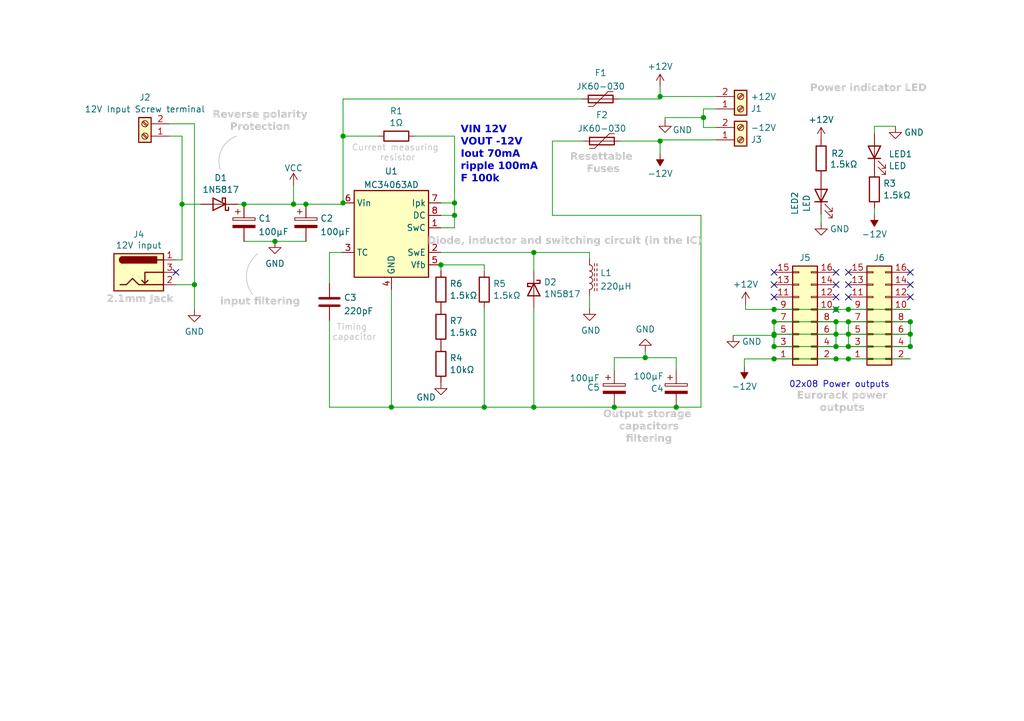
<source format=kicad_sch>
(kicad_sch
	(version 20231120)
	(generator "eeschema")
	(generator_version "8.0")
	(uuid "5b968a2a-0e8d-4a8b-b10b-6d8c01f8bb22")
	(paper "A5")
	(title_block
		(title "Build Your Own Modular PSU")
		(company "Clacktronics")
	)
	(lib_symbols
		(symbol "Connector:Barrel_Jack_Switch"
			(pin_names hide)
			(exclude_from_sim no)
			(in_bom yes)
			(on_board yes)
			(property "Reference" "J"
				(at 0 5.334 0)
				(effects
					(font
						(size 1.27 1.27)
					)
				)
			)
			(property "Value" "Barrel_Jack_Switch"
				(at 0 -5.08 0)
				(effects
					(font
						(size 1.27 1.27)
					)
				)
			)
			(property "Footprint" ""
				(at 1.27 -1.016 0)
				(effects
					(font
						(size 1.27 1.27)
					)
					(hide yes)
				)
			)
			(property "Datasheet" "~"
				(at 1.27 -1.016 0)
				(effects
					(font
						(size 1.27 1.27)
					)
					(hide yes)
				)
			)
			(property "Description" "DC Barrel Jack with an internal switch"
				(at 0 0 0)
				(effects
					(font
						(size 1.27 1.27)
					)
					(hide yes)
				)
			)
			(property "ki_keywords" "DC power barrel jack connector"
				(at 0 0 0)
				(effects
					(font
						(size 1.27 1.27)
					)
					(hide yes)
				)
			)
			(property "ki_fp_filters" "BarrelJack*"
				(at 0 0 0)
				(effects
					(font
						(size 1.27 1.27)
					)
					(hide yes)
				)
			)
			(symbol "Barrel_Jack_Switch_0_1"
				(rectangle
					(start -5.08 3.81)
					(end 5.08 -3.81)
					(stroke
						(width 0.254)
						(type default)
					)
					(fill
						(type background)
					)
				)
				(arc
					(start -3.302 3.175)
					(mid -3.9343 2.54)
					(end -3.302 1.905)
					(stroke
						(width 0.254)
						(type default)
					)
					(fill
						(type none)
					)
				)
				(arc
					(start -3.302 3.175)
					(mid -3.9343 2.54)
					(end -3.302 1.905)
					(stroke
						(width 0.254)
						(type default)
					)
					(fill
						(type outline)
					)
				)
				(polyline
					(pts
						(xy 1.27 -2.286) (xy 1.905 -1.651)
					)
					(stroke
						(width 0.254)
						(type default)
					)
					(fill
						(type none)
					)
				)
				(polyline
					(pts
						(xy 5.08 2.54) (xy 3.81 2.54)
					)
					(stroke
						(width 0.254)
						(type default)
					)
					(fill
						(type none)
					)
				)
				(polyline
					(pts
						(xy 5.08 0) (xy 1.27 0) (xy 1.27 -2.286) (xy 0.635 -1.651)
					)
					(stroke
						(width 0.254)
						(type default)
					)
					(fill
						(type none)
					)
				)
				(polyline
					(pts
						(xy -3.81 -2.54) (xy -2.54 -2.54) (xy -1.27 -1.27) (xy 0 -2.54) (xy 2.54 -2.54) (xy 5.08 -2.54)
					)
					(stroke
						(width 0.254)
						(type default)
					)
					(fill
						(type none)
					)
				)
				(rectangle
					(start 3.683 3.175)
					(end -3.302 1.905)
					(stroke
						(width 0.254)
						(type default)
					)
					(fill
						(type outline)
					)
				)
			)
			(symbol "Barrel_Jack_Switch_1_1"
				(pin passive line
					(at 7.62 2.54 180)
					(length 2.54)
					(name "~"
						(effects
							(font
								(size 1.27 1.27)
							)
						)
					)
					(number "1"
						(effects
							(font
								(size 1.27 1.27)
							)
						)
					)
				)
				(pin passive line
					(at 7.62 -2.54 180)
					(length 2.54)
					(name "~"
						(effects
							(font
								(size 1.27 1.27)
							)
						)
					)
					(number "2"
						(effects
							(font
								(size 1.27 1.27)
							)
						)
					)
				)
				(pin passive line
					(at 7.62 0 180)
					(length 2.54)
					(name "~"
						(effects
							(font
								(size 1.27 1.27)
							)
						)
					)
					(number "3"
						(effects
							(font
								(size 1.27 1.27)
							)
						)
					)
				)
			)
		)
		(symbol "Connector:Screw_Terminal_01x02"
			(pin_names
				(offset 1.016) hide)
			(exclude_from_sim no)
			(in_bom yes)
			(on_board yes)
			(property "Reference" "J"
				(at 0 2.54 0)
				(effects
					(font
						(size 1.27 1.27)
					)
				)
			)
			(property "Value" "Screw_Terminal_01x02"
				(at 0 -5.08 0)
				(effects
					(font
						(size 1.27 1.27)
					)
				)
			)
			(property "Footprint" ""
				(at 0 0 0)
				(effects
					(font
						(size 1.27 1.27)
					)
					(hide yes)
				)
			)
			(property "Datasheet" "~"
				(at 0 0 0)
				(effects
					(font
						(size 1.27 1.27)
					)
					(hide yes)
				)
			)
			(property "Description" "Generic screw terminal, single row, 01x02, script generated (kicad-library-utils/schlib/autogen/connector/)"
				(at 0 0 0)
				(effects
					(font
						(size 1.27 1.27)
					)
					(hide yes)
				)
			)
			(property "ki_keywords" "screw terminal"
				(at 0 0 0)
				(effects
					(font
						(size 1.27 1.27)
					)
					(hide yes)
				)
			)
			(property "ki_fp_filters" "TerminalBlock*:*"
				(at 0 0 0)
				(effects
					(font
						(size 1.27 1.27)
					)
					(hide yes)
				)
			)
			(symbol "Screw_Terminal_01x02_1_1"
				(rectangle
					(start -1.27 1.27)
					(end 1.27 -3.81)
					(stroke
						(width 0.254)
						(type default)
					)
					(fill
						(type background)
					)
				)
				(circle
					(center 0 -2.54)
					(radius 0.635)
					(stroke
						(width 0.1524)
						(type default)
					)
					(fill
						(type none)
					)
				)
				(polyline
					(pts
						(xy -0.5334 -2.2098) (xy 0.3302 -3.048)
					)
					(stroke
						(width 0.1524)
						(type default)
					)
					(fill
						(type none)
					)
				)
				(polyline
					(pts
						(xy -0.5334 0.3302) (xy 0.3302 -0.508)
					)
					(stroke
						(width 0.1524)
						(type default)
					)
					(fill
						(type none)
					)
				)
				(polyline
					(pts
						(xy -0.3556 -2.032) (xy 0.508 -2.8702)
					)
					(stroke
						(width 0.1524)
						(type default)
					)
					(fill
						(type none)
					)
				)
				(polyline
					(pts
						(xy -0.3556 0.508) (xy 0.508 -0.3302)
					)
					(stroke
						(width 0.1524)
						(type default)
					)
					(fill
						(type none)
					)
				)
				(circle
					(center 0 0)
					(radius 0.635)
					(stroke
						(width 0.1524)
						(type default)
					)
					(fill
						(type none)
					)
				)
				(pin passive line
					(at -5.08 0 0)
					(length 3.81)
					(name "Pin_1"
						(effects
							(font
								(size 1.27 1.27)
							)
						)
					)
					(number "1"
						(effects
							(font
								(size 1.27 1.27)
							)
						)
					)
				)
				(pin passive line
					(at -5.08 -2.54 0)
					(length 3.81)
					(name "Pin_2"
						(effects
							(font
								(size 1.27 1.27)
							)
						)
					)
					(number "2"
						(effects
							(font
								(size 1.27 1.27)
							)
						)
					)
				)
			)
		)
		(symbol "Connector_Generic:Conn_02x08_Odd_Even"
			(pin_names
				(offset 1.016) hide)
			(exclude_from_sim no)
			(in_bom yes)
			(on_board yes)
			(property "Reference" "J"
				(at 1.27 10.16 0)
				(effects
					(font
						(size 1.27 1.27)
					)
				)
			)
			(property "Value" "Conn_02x08_Odd_Even"
				(at 1.27 -12.7 0)
				(effects
					(font
						(size 1.27 1.27)
					)
				)
			)
			(property "Footprint" ""
				(at 0 0 0)
				(effects
					(font
						(size 1.27 1.27)
					)
					(hide yes)
				)
			)
			(property "Datasheet" "~"
				(at 0 0 0)
				(effects
					(font
						(size 1.27 1.27)
					)
					(hide yes)
				)
			)
			(property "Description" "Generic connector, double row, 02x08, odd/even pin numbering scheme (row 1 odd numbers, row 2 even numbers), script generated (kicad-library-utils/schlib/autogen/connector/)"
				(at 0 0 0)
				(effects
					(font
						(size 1.27 1.27)
					)
					(hide yes)
				)
			)
			(property "ki_keywords" "connector"
				(at 0 0 0)
				(effects
					(font
						(size 1.27 1.27)
					)
					(hide yes)
				)
			)
			(property "ki_fp_filters" "Connector*:*_2x??_*"
				(at 0 0 0)
				(effects
					(font
						(size 1.27 1.27)
					)
					(hide yes)
				)
			)
			(symbol "Conn_02x08_Odd_Even_1_1"
				(rectangle
					(start -1.27 -10.033)
					(end 0 -10.287)
					(stroke
						(width 0.1524)
						(type default)
					)
					(fill
						(type none)
					)
				)
				(rectangle
					(start -1.27 -7.493)
					(end 0 -7.747)
					(stroke
						(width 0.1524)
						(type default)
					)
					(fill
						(type none)
					)
				)
				(rectangle
					(start -1.27 -4.953)
					(end 0 -5.207)
					(stroke
						(width 0.1524)
						(type default)
					)
					(fill
						(type none)
					)
				)
				(rectangle
					(start -1.27 -2.413)
					(end 0 -2.667)
					(stroke
						(width 0.1524)
						(type default)
					)
					(fill
						(type none)
					)
				)
				(rectangle
					(start -1.27 0.127)
					(end 0 -0.127)
					(stroke
						(width 0.1524)
						(type default)
					)
					(fill
						(type none)
					)
				)
				(rectangle
					(start -1.27 2.667)
					(end 0 2.413)
					(stroke
						(width 0.1524)
						(type default)
					)
					(fill
						(type none)
					)
				)
				(rectangle
					(start -1.27 5.207)
					(end 0 4.953)
					(stroke
						(width 0.1524)
						(type default)
					)
					(fill
						(type none)
					)
				)
				(rectangle
					(start -1.27 7.747)
					(end 0 7.493)
					(stroke
						(width 0.1524)
						(type default)
					)
					(fill
						(type none)
					)
				)
				(rectangle
					(start -1.27 8.89)
					(end 3.81 -11.43)
					(stroke
						(width 0.254)
						(type default)
					)
					(fill
						(type background)
					)
				)
				(rectangle
					(start 3.81 -10.033)
					(end 2.54 -10.287)
					(stroke
						(width 0.1524)
						(type default)
					)
					(fill
						(type none)
					)
				)
				(rectangle
					(start 3.81 -7.493)
					(end 2.54 -7.747)
					(stroke
						(width 0.1524)
						(type default)
					)
					(fill
						(type none)
					)
				)
				(rectangle
					(start 3.81 -4.953)
					(end 2.54 -5.207)
					(stroke
						(width 0.1524)
						(type default)
					)
					(fill
						(type none)
					)
				)
				(rectangle
					(start 3.81 -2.413)
					(end 2.54 -2.667)
					(stroke
						(width 0.1524)
						(type default)
					)
					(fill
						(type none)
					)
				)
				(rectangle
					(start 3.81 0.127)
					(end 2.54 -0.127)
					(stroke
						(width 0.1524)
						(type default)
					)
					(fill
						(type none)
					)
				)
				(rectangle
					(start 3.81 2.667)
					(end 2.54 2.413)
					(stroke
						(width 0.1524)
						(type default)
					)
					(fill
						(type none)
					)
				)
				(rectangle
					(start 3.81 5.207)
					(end 2.54 4.953)
					(stroke
						(width 0.1524)
						(type default)
					)
					(fill
						(type none)
					)
				)
				(rectangle
					(start 3.81 7.747)
					(end 2.54 7.493)
					(stroke
						(width 0.1524)
						(type default)
					)
					(fill
						(type none)
					)
				)
				(pin passive line
					(at -5.08 7.62 0)
					(length 3.81)
					(name "Pin_1"
						(effects
							(font
								(size 1.27 1.27)
							)
						)
					)
					(number "1"
						(effects
							(font
								(size 1.27 1.27)
							)
						)
					)
				)
				(pin passive line
					(at 7.62 -2.54 180)
					(length 3.81)
					(name "Pin_10"
						(effects
							(font
								(size 1.27 1.27)
							)
						)
					)
					(number "10"
						(effects
							(font
								(size 1.27 1.27)
							)
						)
					)
				)
				(pin passive line
					(at -5.08 -5.08 0)
					(length 3.81)
					(name "Pin_11"
						(effects
							(font
								(size 1.27 1.27)
							)
						)
					)
					(number "11"
						(effects
							(font
								(size 1.27 1.27)
							)
						)
					)
				)
				(pin passive line
					(at 7.62 -5.08 180)
					(length 3.81)
					(name "Pin_12"
						(effects
							(font
								(size 1.27 1.27)
							)
						)
					)
					(number "12"
						(effects
							(font
								(size 1.27 1.27)
							)
						)
					)
				)
				(pin passive line
					(at -5.08 -7.62 0)
					(length 3.81)
					(name "Pin_13"
						(effects
							(font
								(size 1.27 1.27)
							)
						)
					)
					(number "13"
						(effects
							(font
								(size 1.27 1.27)
							)
						)
					)
				)
				(pin passive line
					(at 7.62 -7.62 180)
					(length 3.81)
					(name "Pin_14"
						(effects
							(font
								(size 1.27 1.27)
							)
						)
					)
					(number "14"
						(effects
							(font
								(size 1.27 1.27)
							)
						)
					)
				)
				(pin passive line
					(at -5.08 -10.16 0)
					(length 3.81)
					(name "Pin_15"
						(effects
							(font
								(size 1.27 1.27)
							)
						)
					)
					(number "15"
						(effects
							(font
								(size 1.27 1.27)
							)
						)
					)
				)
				(pin passive line
					(at 7.62 -10.16 180)
					(length 3.81)
					(name "Pin_16"
						(effects
							(font
								(size 1.27 1.27)
							)
						)
					)
					(number "16"
						(effects
							(font
								(size 1.27 1.27)
							)
						)
					)
				)
				(pin passive line
					(at 7.62 7.62 180)
					(length 3.81)
					(name "Pin_2"
						(effects
							(font
								(size 1.27 1.27)
							)
						)
					)
					(number "2"
						(effects
							(font
								(size 1.27 1.27)
							)
						)
					)
				)
				(pin passive line
					(at -5.08 5.08 0)
					(length 3.81)
					(name "Pin_3"
						(effects
							(font
								(size 1.27 1.27)
							)
						)
					)
					(number "3"
						(effects
							(font
								(size 1.27 1.27)
							)
						)
					)
				)
				(pin passive line
					(at 7.62 5.08 180)
					(length 3.81)
					(name "Pin_4"
						(effects
							(font
								(size 1.27 1.27)
							)
						)
					)
					(number "4"
						(effects
							(font
								(size 1.27 1.27)
							)
						)
					)
				)
				(pin passive line
					(at -5.08 2.54 0)
					(length 3.81)
					(name "Pin_5"
						(effects
							(font
								(size 1.27 1.27)
							)
						)
					)
					(number "5"
						(effects
							(font
								(size 1.27 1.27)
							)
						)
					)
				)
				(pin passive line
					(at 7.62 2.54 180)
					(length 3.81)
					(name "Pin_6"
						(effects
							(font
								(size 1.27 1.27)
							)
						)
					)
					(number "6"
						(effects
							(font
								(size 1.27 1.27)
							)
						)
					)
				)
				(pin passive line
					(at -5.08 0 0)
					(length 3.81)
					(name "Pin_7"
						(effects
							(font
								(size 1.27 1.27)
							)
						)
					)
					(number "7"
						(effects
							(font
								(size 1.27 1.27)
							)
						)
					)
				)
				(pin passive line
					(at 7.62 0 180)
					(length 3.81)
					(name "Pin_8"
						(effects
							(font
								(size 1.27 1.27)
							)
						)
					)
					(number "8"
						(effects
							(font
								(size 1.27 1.27)
							)
						)
					)
				)
				(pin passive line
					(at -5.08 -2.54 0)
					(length 3.81)
					(name "Pin_9"
						(effects
							(font
								(size 1.27 1.27)
							)
						)
					)
					(number "9"
						(effects
							(font
								(size 1.27 1.27)
							)
						)
					)
				)
			)
		)
		(symbol "Device:C"
			(pin_numbers hide)
			(pin_names
				(offset 0.254)
			)
			(exclude_from_sim no)
			(in_bom yes)
			(on_board yes)
			(property "Reference" "C"
				(at 0.635 2.54 0)
				(effects
					(font
						(size 1.27 1.27)
					)
					(justify left)
				)
			)
			(property "Value" "C"
				(at 0.635 -2.54 0)
				(effects
					(font
						(size 1.27 1.27)
					)
					(justify left)
				)
			)
			(property "Footprint" ""
				(at 0.9652 -3.81 0)
				(effects
					(font
						(size 1.27 1.27)
					)
					(hide yes)
				)
			)
			(property "Datasheet" "~"
				(at 0 0 0)
				(effects
					(font
						(size 1.27 1.27)
					)
					(hide yes)
				)
			)
			(property "Description" "Unpolarized capacitor"
				(at 0 0 0)
				(effects
					(font
						(size 1.27 1.27)
					)
					(hide yes)
				)
			)
			(property "ki_keywords" "cap capacitor"
				(at 0 0 0)
				(effects
					(font
						(size 1.27 1.27)
					)
					(hide yes)
				)
			)
			(property "ki_fp_filters" "C_*"
				(at 0 0 0)
				(effects
					(font
						(size 1.27 1.27)
					)
					(hide yes)
				)
			)
			(symbol "C_0_1"
				(polyline
					(pts
						(xy -2.032 -0.762) (xy 2.032 -0.762)
					)
					(stroke
						(width 0.508)
						(type default)
					)
					(fill
						(type none)
					)
				)
				(polyline
					(pts
						(xy -2.032 0.762) (xy 2.032 0.762)
					)
					(stroke
						(width 0.508)
						(type default)
					)
					(fill
						(type none)
					)
				)
			)
			(symbol "C_1_1"
				(pin passive line
					(at 0 3.81 270)
					(length 2.794)
					(name "~"
						(effects
							(font
								(size 1.27 1.27)
							)
						)
					)
					(number "1"
						(effects
							(font
								(size 1.27 1.27)
							)
						)
					)
				)
				(pin passive line
					(at 0 -3.81 90)
					(length 2.794)
					(name "~"
						(effects
							(font
								(size 1.27 1.27)
							)
						)
					)
					(number "2"
						(effects
							(font
								(size 1.27 1.27)
							)
						)
					)
				)
			)
		)
		(symbol "Device:C_Polarized"
			(pin_numbers hide)
			(pin_names
				(offset 0.254)
			)
			(exclude_from_sim no)
			(in_bom yes)
			(on_board yes)
			(property "Reference" "C"
				(at 0.635 2.54 0)
				(effects
					(font
						(size 1.27 1.27)
					)
					(justify left)
				)
			)
			(property "Value" "C_Polarized"
				(at 0.635 -2.54 0)
				(effects
					(font
						(size 1.27 1.27)
					)
					(justify left)
				)
			)
			(property "Footprint" ""
				(at 0.9652 -3.81 0)
				(effects
					(font
						(size 1.27 1.27)
					)
					(hide yes)
				)
			)
			(property "Datasheet" "~"
				(at 0 0 0)
				(effects
					(font
						(size 1.27 1.27)
					)
					(hide yes)
				)
			)
			(property "Description" "Polarized capacitor"
				(at 0 0 0)
				(effects
					(font
						(size 1.27 1.27)
					)
					(hide yes)
				)
			)
			(property "ki_keywords" "cap capacitor"
				(at 0 0 0)
				(effects
					(font
						(size 1.27 1.27)
					)
					(hide yes)
				)
			)
			(property "ki_fp_filters" "CP_*"
				(at 0 0 0)
				(effects
					(font
						(size 1.27 1.27)
					)
					(hide yes)
				)
			)
			(symbol "C_Polarized_0_1"
				(rectangle
					(start -2.286 0.508)
					(end 2.286 1.016)
					(stroke
						(width 0)
						(type default)
					)
					(fill
						(type none)
					)
				)
				(polyline
					(pts
						(xy -1.778 2.286) (xy -0.762 2.286)
					)
					(stroke
						(width 0)
						(type default)
					)
					(fill
						(type none)
					)
				)
				(polyline
					(pts
						(xy -1.27 2.794) (xy -1.27 1.778)
					)
					(stroke
						(width 0)
						(type default)
					)
					(fill
						(type none)
					)
				)
				(rectangle
					(start 2.286 -0.508)
					(end -2.286 -1.016)
					(stroke
						(width 0)
						(type default)
					)
					(fill
						(type outline)
					)
				)
			)
			(symbol "C_Polarized_1_1"
				(pin passive line
					(at 0 3.81 270)
					(length 2.794)
					(name "~"
						(effects
							(font
								(size 1.27 1.27)
							)
						)
					)
					(number "1"
						(effects
							(font
								(size 1.27 1.27)
							)
						)
					)
				)
				(pin passive line
					(at 0 -3.81 90)
					(length 2.794)
					(name "~"
						(effects
							(font
								(size 1.27 1.27)
							)
						)
					)
					(number "2"
						(effects
							(font
								(size 1.27 1.27)
							)
						)
					)
				)
			)
		)
		(symbol "Device:D_Schottky"
			(pin_numbers hide)
			(pin_names
				(offset 1.016) hide)
			(exclude_from_sim no)
			(in_bom yes)
			(on_board yes)
			(property "Reference" "D"
				(at 0 2.54 0)
				(effects
					(font
						(size 1.27 1.27)
					)
				)
			)
			(property "Value" "D_Schottky"
				(at 0 -2.54 0)
				(effects
					(font
						(size 1.27 1.27)
					)
				)
			)
			(property "Footprint" ""
				(at 0 0 0)
				(effects
					(font
						(size 1.27 1.27)
					)
					(hide yes)
				)
			)
			(property "Datasheet" "~"
				(at 0 0 0)
				(effects
					(font
						(size 1.27 1.27)
					)
					(hide yes)
				)
			)
			(property "Description" "Schottky diode"
				(at 0 0 0)
				(effects
					(font
						(size 1.27 1.27)
					)
					(hide yes)
				)
			)
			(property "ki_keywords" "diode Schottky"
				(at 0 0 0)
				(effects
					(font
						(size 1.27 1.27)
					)
					(hide yes)
				)
			)
			(property "ki_fp_filters" "TO-???* *_Diode_* *SingleDiode* D_*"
				(at 0 0 0)
				(effects
					(font
						(size 1.27 1.27)
					)
					(hide yes)
				)
			)
			(symbol "D_Schottky_0_1"
				(polyline
					(pts
						(xy 1.27 0) (xy -1.27 0)
					)
					(stroke
						(width 0)
						(type default)
					)
					(fill
						(type none)
					)
				)
				(polyline
					(pts
						(xy 1.27 1.27) (xy 1.27 -1.27) (xy -1.27 0) (xy 1.27 1.27)
					)
					(stroke
						(width 0.254)
						(type default)
					)
					(fill
						(type none)
					)
				)
				(polyline
					(pts
						(xy -1.905 0.635) (xy -1.905 1.27) (xy -1.27 1.27) (xy -1.27 -1.27) (xy -0.635 -1.27) (xy -0.635 -0.635)
					)
					(stroke
						(width 0.254)
						(type default)
					)
					(fill
						(type none)
					)
				)
			)
			(symbol "D_Schottky_1_1"
				(pin passive line
					(at -3.81 0 0)
					(length 2.54)
					(name "K"
						(effects
							(font
								(size 1.27 1.27)
							)
						)
					)
					(number "1"
						(effects
							(font
								(size 1.27 1.27)
							)
						)
					)
				)
				(pin passive line
					(at 3.81 0 180)
					(length 2.54)
					(name "A"
						(effects
							(font
								(size 1.27 1.27)
							)
						)
					)
					(number "2"
						(effects
							(font
								(size 1.27 1.27)
							)
						)
					)
				)
			)
		)
		(symbol "Device:LED"
			(pin_numbers hide)
			(pin_names
				(offset 1.016) hide)
			(exclude_from_sim no)
			(in_bom yes)
			(on_board yes)
			(property "Reference" "D"
				(at 0 2.54 0)
				(effects
					(font
						(size 1.27 1.27)
					)
				)
			)
			(property "Value" "LED"
				(at 0 -2.54 0)
				(effects
					(font
						(size 1.27 1.27)
					)
				)
			)
			(property "Footprint" ""
				(at 0 0 0)
				(effects
					(font
						(size 1.27 1.27)
					)
					(hide yes)
				)
			)
			(property "Datasheet" "~"
				(at 0 0 0)
				(effects
					(font
						(size 1.27 1.27)
					)
					(hide yes)
				)
			)
			(property "Description" "Light emitting diode"
				(at 0 0 0)
				(effects
					(font
						(size 1.27 1.27)
					)
					(hide yes)
				)
			)
			(property "ki_keywords" "LED diode"
				(at 0 0 0)
				(effects
					(font
						(size 1.27 1.27)
					)
					(hide yes)
				)
			)
			(property "ki_fp_filters" "LED* LED_SMD:* LED_THT:*"
				(at 0 0 0)
				(effects
					(font
						(size 1.27 1.27)
					)
					(hide yes)
				)
			)
			(symbol "LED_0_1"
				(polyline
					(pts
						(xy -1.27 -1.27) (xy -1.27 1.27)
					)
					(stroke
						(width 0.254)
						(type default)
					)
					(fill
						(type none)
					)
				)
				(polyline
					(pts
						(xy -1.27 0) (xy 1.27 0)
					)
					(stroke
						(width 0)
						(type default)
					)
					(fill
						(type none)
					)
				)
				(polyline
					(pts
						(xy 1.27 -1.27) (xy 1.27 1.27) (xy -1.27 0) (xy 1.27 -1.27)
					)
					(stroke
						(width 0.254)
						(type default)
					)
					(fill
						(type none)
					)
				)
				(polyline
					(pts
						(xy -3.048 -0.762) (xy -4.572 -2.286) (xy -3.81 -2.286) (xy -4.572 -2.286) (xy -4.572 -1.524)
					)
					(stroke
						(width 0)
						(type default)
					)
					(fill
						(type none)
					)
				)
				(polyline
					(pts
						(xy -1.778 -0.762) (xy -3.302 -2.286) (xy -2.54 -2.286) (xy -3.302 -2.286) (xy -3.302 -1.524)
					)
					(stroke
						(width 0)
						(type default)
					)
					(fill
						(type none)
					)
				)
			)
			(symbol "LED_1_1"
				(pin passive line
					(at -3.81 0 0)
					(length 2.54)
					(name "K"
						(effects
							(font
								(size 1.27 1.27)
							)
						)
					)
					(number "1"
						(effects
							(font
								(size 1.27 1.27)
							)
						)
					)
				)
				(pin passive line
					(at 3.81 0 180)
					(length 2.54)
					(name "A"
						(effects
							(font
								(size 1.27 1.27)
							)
						)
					)
					(number "2"
						(effects
							(font
								(size 1.27 1.27)
							)
						)
					)
				)
			)
		)
		(symbol "Device:L_Ferrite"
			(pin_numbers hide)
			(pin_names
				(offset 1.016) hide)
			(exclude_from_sim no)
			(in_bom yes)
			(on_board yes)
			(property "Reference" "L"
				(at -1.27 0 90)
				(effects
					(font
						(size 1.27 1.27)
					)
				)
			)
			(property "Value" "L_Ferrite"
				(at 2.794 0 90)
				(effects
					(font
						(size 1.27 1.27)
					)
				)
			)
			(property "Footprint" ""
				(at 0 0 0)
				(effects
					(font
						(size 1.27 1.27)
					)
					(hide yes)
				)
			)
			(property "Datasheet" "~"
				(at 0 0 0)
				(effects
					(font
						(size 1.27 1.27)
					)
					(hide yes)
				)
			)
			(property "Description" "Inductor with ferrite core"
				(at 0 0 0)
				(effects
					(font
						(size 1.27 1.27)
					)
					(hide yes)
				)
			)
			(property "ki_keywords" "inductor choke coil reactor magnetic"
				(at 0 0 0)
				(effects
					(font
						(size 1.27 1.27)
					)
					(hide yes)
				)
			)
			(property "ki_fp_filters" "Choke_* *Coil* Inductor_* L_*"
				(at 0 0 0)
				(effects
					(font
						(size 1.27 1.27)
					)
					(hide yes)
				)
			)
			(symbol "L_Ferrite_0_1"
				(arc
					(start 0 -2.54)
					(mid 0.6323 -1.905)
					(end 0 -1.27)
					(stroke
						(width 0)
						(type default)
					)
					(fill
						(type none)
					)
				)
				(arc
					(start 0 -1.27)
					(mid 0.6323 -0.635)
					(end 0 0)
					(stroke
						(width 0)
						(type default)
					)
					(fill
						(type none)
					)
				)
				(polyline
					(pts
						(xy 1.016 -2.794) (xy 1.016 -2.286)
					)
					(stroke
						(width 0)
						(type default)
					)
					(fill
						(type none)
					)
				)
				(polyline
					(pts
						(xy 1.016 -1.778) (xy 1.016 -1.27)
					)
					(stroke
						(width 0)
						(type default)
					)
					(fill
						(type none)
					)
				)
				(polyline
					(pts
						(xy 1.016 -0.762) (xy 1.016 -0.254)
					)
					(stroke
						(width 0)
						(type default)
					)
					(fill
						(type none)
					)
				)
				(polyline
					(pts
						(xy 1.016 0.254) (xy 1.016 0.762)
					)
					(stroke
						(width 0)
						(type default)
					)
					(fill
						(type none)
					)
				)
				(polyline
					(pts
						(xy 1.016 1.27) (xy 1.016 1.778)
					)
					(stroke
						(width 0)
						(type default)
					)
					(fill
						(type none)
					)
				)
				(polyline
					(pts
						(xy 1.016 2.286) (xy 1.016 2.794)
					)
					(stroke
						(width 0)
						(type default)
					)
					(fill
						(type none)
					)
				)
				(polyline
					(pts
						(xy 1.524 -2.286) (xy 1.524 -2.794)
					)
					(stroke
						(width 0)
						(type default)
					)
					(fill
						(type none)
					)
				)
				(polyline
					(pts
						(xy 1.524 -1.27) (xy 1.524 -1.778)
					)
					(stroke
						(width 0)
						(type default)
					)
					(fill
						(type none)
					)
				)
				(polyline
					(pts
						(xy 1.524 -0.254) (xy 1.524 -0.762)
					)
					(stroke
						(width 0)
						(type default)
					)
					(fill
						(type none)
					)
				)
				(polyline
					(pts
						(xy 1.524 0.762) (xy 1.524 0.254)
					)
					(stroke
						(width 0)
						(type default)
					)
					(fill
						(type none)
					)
				)
				(polyline
					(pts
						(xy 1.524 1.778) (xy 1.524 1.27)
					)
					(stroke
						(width 0)
						(type default)
					)
					(fill
						(type none)
					)
				)
				(polyline
					(pts
						(xy 1.524 2.794) (xy 1.524 2.286)
					)
					(stroke
						(width 0)
						(type default)
					)
					(fill
						(type none)
					)
				)
				(arc
					(start 0 0)
					(mid 0.6323 0.635)
					(end 0 1.27)
					(stroke
						(width 0)
						(type default)
					)
					(fill
						(type none)
					)
				)
				(arc
					(start 0 1.27)
					(mid 0.6323 1.905)
					(end 0 2.54)
					(stroke
						(width 0)
						(type default)
					)
					(fill
						(type none)
					)
				)
			)
			(symbol "L_Ferrite_1_1"
				(pin passive line
					(at 0 3.81 270)
					(length 1.27)
					(name "1"
						(effects
							(font
								(size 1.27 1.27)
							)
						)
					)
					(number "1"
						(effects
							(font
								(size 1.27 1.27)
							)
						)
					)
				)
				(pin passive line
					(at 0 -3.81 90)
					(length 1.27)
					(name "2"
						(effects
							(font
								(size 1.27 1.27)
							)
						)
					)
					(number "2"
						(effects
							(font
								(size 1.27 1.27)
							)
						)
					)
				)
			)
		)
		(symbol "Device:Polyfuse"
			(pin_numbers hide)
			(pin_names
				(offset 0)
			)
			(exclude_from_sim no)
			(in_bom yes)
			(on_board yes)
			(property "Reference" "F"
				(at -2.54 0 90)
				(effects
					(font
						(size 1.27 1.27)
					)
				)
			)
			(property "Value" "Polyfuse"
				(at 2.54 0 90)
				(effects
					(font
						(size 1.27 1.27)
					)
				)
			)
			(property "Footprint" ""
				(at 1.27 -5.08 0)
				(effects
					(font
						(size 1.27 1.27)
					)
					(justify left)
					(hide yes)
				)
			)
			(property "Datasheet" "~"
				(at 0 0 0)
				(effects
					(font
						(size 1.27 1.27)
					)
					(hide yes)
				)
			)
			(property "Description" "Resettable fuse, polymeric positive temperature coefficient"
				(at 0 0 0)
				(effects
					(font
						(size 1.27 1.27)
					)
					(hide yes)
				)
			)
			(property "ki_keywords" "resettable fuse PTC PPTC polyfuse polyswitch"
				(at 0 0 0)
				(effects
					(font
						(size 1.27 1.27)
					)
					(hide yes)
				)
			)
			(property "ki_fp_filters" "*polyfuse* *PTC*"
				(at 0 0 0)
				(effects
					(font
						(size 1.27 1.27)
					)
					(hide yes)
				)
			)
			(symbol "Polyfuse_0_1"
				(rectangle
					(start -0.762 2.54)
					(end 0.762 -2.54)
					(stroke
						(width 0.254)
						(type default)
					)
					(fill
						(type none)
					)
				)
				(polyline
					(pts
						(xy 0 2.54) (xy 0 -2.54)
					)
					(stroke
						(width 0)
						(type default)
					)
					(fill
						(type none)
					)
				)
				(polyline
					(pts
						(xy -1.524 2.54) (xy -1.524 1.524) (xy 1.524 -1.524) (xy 1.524 -2.54)
					)
					(stroke
						(width 0)
						(type default)
					)
					(fill
						(type none)
					)
				)
			)
			(symbol "Polyfuse_1_1"
				(pin passive line
					(at 0 3.81 270)
					(length 1.27)
					(name "~"
						(effects
							(font
								(size 1.27 1.27)
							)
						)
					)
					(number "1"
						(effects
							(font
								(size 1.27 1.27)
							)
						)
					)
				)
				(pin passive line
					(at 0 -3.81 90)
					(length 1.27)
					(name "~"
						(effects
							(font
								(size 1.27 1.27)
							)
						)
					)
					(number "2"
						(effects
							(font
								(size 1.27 1.27)
							)
						)
					)
				)
			)
		)
		(symbol "Device:R"
			(pin_numbers hide)
			(pin_names
				(offset 0)
			)
			(exclude_from_sim no)
			(in_bom yes)
			(on_board yes)
			(property "Reference" "R"
				(at 2.032 0 90)
				(effects
					(font
						(size 1.27 1.27)
					)
				)
			)
			(property "Value" "R"
				(at 0 0 90)
				(effects
					(font
						(size 1.27 1.27)
					)
				)
			)
			(property "Footprint" ""
				(at -1.778 0 90)
				(effects
					(font
						(size 1.27 1.27)
					)
					(hide yes)
				)
			)
			(property "Datasheet" "~"
				(at 0 0 0)
				(effects
					(font
						(size 1.27 1.27)
					)
					(hide yes)
				)
			)
			(property "Description" "Resistor"
				(at 0 0 0)
				(effects
					(font
						(size 1.27 1.27)
					)
					(hide yes)
				)
			)
			(property "ki_keywords" "R res resistor"
				(at 0 0 0)
				(effects
					(font
						(size 1.27 1.27)
					)
					(hide yes)
				)
			)
			(property "ki_fp_filters" "R_*"
				(at 0 0 0)
				(effects
					(font
						(size 1.27 1.27)
					)
					(hide yes)
				)
			)
			(symbol "R_0_1"
				(rectangle
					(start -1.016 -2.54)
					(end 1.016 2.54)
					(stroke
						(width 0.254)
						(type default)
					)
					(fill
						(type none)
					)
				)
			)
			(symbol "R_1_1"
				(pin passive line
					(at 0 3.81 270)
					(length 1.27)
					(name "~"
						(effects
							(font
								(size 1.27 1.27)
							)
						)
					)
					(number "1"
						(effects
							(font
								(size 1.27 1.27)
							)
						)
					)
				)
				(pin passive line
					(at 0 -3.81 90)
					(length 1.27)
					(name "~"
						(effects
							(font
								(size 1.27 1.27)
							)
						)
					)
					(number "2"
						(effects
							(font
								(size 1.27 1.27)
							)
						)
					)
				)
			)
		)
		(symbol "GND_1"
			(power)
			(pin_names
				(offset 0)
			)
			(exclude_from_sim no)
			(in_bom yes)
			(on_board yes)
			(property "Reference" "#PWR"
				(at 0 -6.35 0)
				(effects
					(font
						(size 1.27 1.27)
					)
					(hide yes)
				)
			)
			(property "Value" "GND_1"
				(at 0 -3.81 0)
				(effects
					(font
						(size 1.27 1.27)
					)
				)
			)
			(property "Footprint" ""
				(at 0 0 0)
				(effects
					(font
						(size 1.27 1.27)
					)
					(hide yes)
				)
			)
			(property "Datasheet" ""
				(at 0 0 0)
				(effects
					(font
						(size 1.27 1.27)
					)
					(hide yes)
				)
			)
			(property "Description" "Power symbol creates a global label with name \"GND\" , ground"
				(at 0 0 0)
				(effects
					(font
						(size 1.27 1.27)
					)
					(hide yes)
				)
			)
			(property "ki_keywords" "global power"
				(at 0 0 0)
				(effects
					(font
						(size 1.27 1.27)
					)
					(hide yes)
				)
			)
			(symbol "GND_1_0_1"
				(polyline
					(pts
						(xy 0 0) (xy 0 -1.27) (xy 1.27 -1.27) (xy 0 -2.54) (xy -1.27 -1.27) (xy 0 -1.27)
					)
					(stroke
						(width 0)
						(type default)
					)
					(fill
						(type none)
					)
				)
			)
			(symbol "GND_1_1_1"
				(pin power_in line
					(at 0 0 270)
					(length 0) hide
					(name "GND"
						(effects
							(font
								(size 1.27 1.27)
							)
						)
					)
					(number "1"
						(effects
							(font
								(size 1.27 1.27)
							)
						)
					)
				)
			)
		)
		(symbol "Regulator_Switching:MC34063AD"
			(exclude_from_sim no)
			(in_bom yes)
			(on_board yes)
			(property "Reference" "U"
				(at -7.62 8.89 0)
				(effects
					(font
						(size 1.27 1.27)
					)
					(justify left)
				)
			)
			(property "Value" "MC34063AD"
				(at 0 8.89 0)
				(effects
					(font
						(size 1.27 1.27)
					)
					(justify left)
				)
			)
			(property "Footprint" "Package_SO:SOIC-8_3.9x4.9mm_P1.27mm"
				(at 1.27 -11.43 0)
				(effects
					(font
						(size 1.27 1.27)
					)
					(justify left)
					(hide yes)
				)
			)
			(property "Datasheet" "http://www.onsemi.com/pub_link/Collateral/MC34063A-D.PDF"
				(at 12.7 -2.54 0)
				(effects
					(font
						(size 1.27 1.27)
					)
					(hide yes)
				)
			)
			(property "Description" "1.5A, step-up/down/inverting switching regulator, 3-40V Vin, 100kHz, SO-8"
				(at 0 0 0)
				(effects
					(font
						(size 1.27 1.27)
					)
					(hide yes)
				)
			)
			(property "ki_keywords" "smps buck boost inverting"
				(at 0 0 0)
				(effects
					(font
						(size 1.27 1.27)
					)
					(hide yes)
				)
			)
			(property "ki_fp_filters" "SOIC*3.9x4.9mm*P1.27mm*"
				(at 0 0 0)
				(effects
					(font
						(size 1.27 1.27)
					)
					(hide yes)
				)
			)
			(symbol "MC34063AD_0_1"
				(rectangle
					(start -7.62 7.62)
					(end 7.62 -10.16)
					(stroke
						(width 0.254)
						(type default)
					)
					(fill
						(type background)
					)
				)
			)
			(symbol "MC34063AD_1_1"
				(pin open_collector line
					(at 10.16 0 180)
					(length 2.54)
					(name "SwC"
						(effects
							(font
								(size 1.27 1.27)
							)
						)
					)
					(number "1"
						(effects
							(font
								(size 1.27 1.27)
							)
						)
					)
				)
				(pin open_emitter line
					(at 10.16 -5.08 180)
					(length 2.54)
					(name "SwE"
						(effects
							(font
								(size 1.27 1.27)
							)
						)
					)
					(number "2"
						(effects
							(font
								(size 1.27 1.27)
							)
						)
					)
				)
				(pin passive line
					(at -10.16 -5.08 0)
					(length 2.54)
					(name "TC"
						(effects
							(font
								(size 1.27 1.27)
							)
						)
					)
					(number "3"
						(effects
							(font
								(size 1.27 1.27)
							)
						)
					)
				)
				(pin power_in line
					(at 0 -12.7 90)
					(length 2.54)
					(name "GND"
						(effects
							(font
								(size 1.27 1.27)
							)
						)
					)
					(number "4"
						(effects
							(font
								(size 1.27 1.27)
							)
						)
					)
				)
				(pin input line
					(at 10.16 -7.62 180)
					(length 2.54)
					(name "Vfb"
						(effects
							(font
								(size 1.27 1.27)
							)
						)
					)
					(number "5"
						(effects
							(font
								(size 1.27 1.27)
							)
						)
					)
				)
				(pin power_in line
					(at -10.16 5.08 0)
					(length 2.54)
					(name "Vin"
						(effects
							(font
								(size 1.27 1.27)
							)
						)
					)
					(number "6"
						(effects
							(font
								(size 1.27 1.27)
							)
						)
					)
				)
				(pin input line
					(at 10.16 5.08 180)
					(length 2.54)
					(name "Ipk"
						(effects
							(font
								(size 1.27 1.27)
							)
						)
					)
					(number "7"
						(effects
							(font
								(size 1.27 1.27)
							)
						)
					)
				)
				(pin open_collector line
					(at 10.16 2.54 180)
					(length 2.54)
					(name "DC"
						(effects
							(font
								(size 1.27 1.27)
							)
						)
					)
					(number "8"
						(effects
							(font
								(size 1.27 1.27)
							)
						)
					)
				)
			)
		)
		(symbol "power:+12V"
			(power)
			(pin_names
				(offset 0)
			)
			(exclude_from_sim no)
			(in_bom yes)
			(on_board yes)
			(property "Reference" "#PWR"
				(at 0 -3.81 0)
				(effects
					(font
						(size 1.27 1.27)
					)
					(hide yes)
				)
			)
			(property "Value" "+12V"
				(at 0 3.556 0)
				(effects
					(font
						(size 1.27 1.27)
					)
				)
			)
			(property "Footprint" ""
				(at 0 0 0)
				(effects
					(font
						(size 1.27 1.27)
					)
					(hide yes)
				)
			)
			(property "Datasheet" ""
				(at 0 0 0)
				(effects
					(font
						(size 1.27 1.27)
					)
					(hide yes)
				)
			)
			(property "Description" "Power symbol creates a global label with name \"+12V\""
				(at 0 0 0)
				(effects
					(font
						(size 1.27 1.27)
					)
					(hide yes)
				)
			)
			(property "ki_keywords" "global power"
				(at 0 0 0)
				(effects
					(font
						(size 1.27 1.27)
					)
					(hide yes)
				)
			)
			(symbol "+12V_0_1"
				(polyline
					(pts
						(xy -0.762 1.27) (xy 0 2.54)
					)
					(stroke
						(width 0)
						(type default)
					)
					(fill
						(type none)
					)
				)
				(polyline
					(pts
						(xy 0 0) (xy 0 2.54)
					)
					(stroke
						(width 0)
						(type default)
					)
					(fill
						(type none)
					)
				)
				(polyline
					(pts
						(xy 0 2.54) (xy 0.762 1.27)
					)
					(stroke
						(width 0)
						(type default)
					)
					(fill
						(type none)
					)
				)
			)
			(symbol "+12V_1_1"
				(pin power_in line
					(at 0 0 90)
					(length 0) hide
					(name "+12V"
						(effects
							(font
								(size 1.27 1.27)
							)
						)
					)
					(number "1"
						(effects
							(font
								(size 1.27 1.27)
							)
						)
					)
				)
			)
		)
		(symbol "power:-12V"
			(power)
			(pin_names
				(offset 0)
			)
			(exclude_from_sim no)
			(in_bom yes)
			(on_board yes)
			(property "Reference" "#PWR"
				(at 0 2.54 0)
				(effects
					(font
						(size 1.27 1.27)
					)
					(hide yes)
				)
			)
			(property "Value" "-12V"
				(at 0 3.81 0)
				(effects
					(font
						(size 1.27 1.27)
					)
				)
			)
			(property "Footprint" ""
				(at 0 0 0)
				(effects
					(font
						(size 1.27 1.27)
					)
					(hide yes)
				)
			)
			(property "Datasheet" ""
				(at 0 0 0)
				(effects
					(font
						(size 1.27 1.27)
					)
					(hide yes)
				)
			)
			(property "Description" "Power symbol creates a global label with name \"-12V\""
				(at 0 0 0)
				(effects
					(font
						(size 1.27 1.27)
					)
					(hide yes)
				)
			)
			(property "ki_keywords" "global power"
				(at 0 0 0)
				(effects
					(font
						(size 1.27 1.27)
					)
					(hide yes)
				)
			)
			(symbol "-12V_0_0"
				(pin power_in line
					(at 0 0 90)
					(length 0) hide
					(name "-12V"
						(effects
							(font
								(size 1.27 1.27)
							)
						)
					)
					(number "1"
						(effects
							(font
								(size 1.27 1.27)
							)
						)
					)
				)
			)
			(symbol "-12V_0_1"
				(polyline
					(pts
						(xy 0 0) (xy 0 1.27) (xy 0.762 1.27) (xy 0 2.54) (xy -0.762 1.27) (xy 0 1.27)
					)
					(stroke
						(width 0)
						(type default)
					)
					(fill
						(type outline)
					)
				)
			)
		)
		(symbol "power:GND"
			(power)
			(pin_names
				(offset 0)
			)
			(exclude_from_sim no)
			(in_bom yes)
			(on_board yes)
			(property "Reference" "#PWR"
				(at 0 -6.35 0)
				(effects
					(font
						(size 1.27 1.27)
					)
					(hide yes)
				)
			)
			(property "Value" "GND"
				(at 0 -3.81 0)
				(effects
					(font
						(size 1.27 1.27)
					)
				)
			)
			(property "Footprint" ""
				(at 0 0 0)
				(effects
					(font
						(size 1.27 1.27)
					)
					(hide yes)
				)
			)
			(property "Datasheet" ""
				(at 0 0 0)
				(effects
					(font
						(size 1.27 1.27)
					)
					(hide yes)
				)
			)
			(property "Description" "Power symbol creates a global label with name \"GND\" , ground"
				(at 0 0 0)
				(effects
					(font
						(size 1.27 1.27)
					)
					(hide yes)
				)
			)
			(property "ki_keywords" "power-flag"
				(at 0 0 0)
				(effects
					(font
						(size 1.27 1.27)
					)
					(hide yes)
				)
			)
			(symbol "GND_0_1"
				(polyline
					(pts
						(xy 0 0) (xy 0 -1.27) (xy 1.27 -1.27) (xy 0 -2.54) (xy -1.27 -1.27) (xy 0 -1.27)
					)
					(stroke
						(width 0)
						(type default)
					)
					(fill
						(type none)
					)
				)
			)
			(symbol "GND_1_1"
				(pin power_in line
					(at 0 0 270)
					(length 0) hide
					(name "GND"
						(effects
							(font
								(size 1.27 1.27)
							)
						)
					)
					(number "1"
						(effects
							(font
								(size 1.27 1.27)
							)
						)
					)
				)
			)
		)
		(symbol "power:VCC"
			(power)
			(pin_names
				(offset 0)
			)
			(exclude_from_sim no)
			(in_bom yes)
			(on_board yes)
			(property "Reference" "#PWR"
				(at 0 -3.81 0)
				(effects
					(font
						(size 1.27 1.27)
					)
					(hide yes)
				)
			)
			(property "Value" "VCC"
				(at 0 3.81 0)
				(effects
					(font
						(size 1.27 1.27)
					)
				)
			)
			(property "Footprint" ""
				(at 0 0 0)
				(effects
					(font
						(size 1.27 1.27)
					)
					(hide yes)
				)
			)
			(property "Datasheet" ""
				(at 0 0 0)
				(effects
					(font
						(size 1.27 1.27)
					)
					(hide yes)
				)
			)
			(property "Description" "Power symbol creates a global label with name \"VCC\""
				(at 0 0 0)
				(effects
					(font
						(size 1.27 1.27)
					)
					(hide yes)
				)
			)
			(property "ki_keywords" "power-flag"
				(at 0 0 0)
				(effects
					(font
						(size 1.27 1.27)
					)
					(hide yes)
				)
			)
			(symbol "VCC_0_1"
				(polyline
					(pts
						(xy -0.762 1.27) (xy 0 2.54)
					)
					(stroke
						(width 0)
						(type default)
					)
					(fill
						(type none)
					)
				)
				(polyline
					(pts
						(xy 0 0) (xy 0 2.54)
					)
					(stroke
						(width 0)
						(type default)
					)
					(fill
						(type none)
					)
				)
				(polyline
					(pts
						(xy 0 2.54) (xy 0.762 1.27)
					)
					(stroke
						(width 0)
						(type default)
					)
					(fill
						(type none)
					)
				)
			)
			(symbol "VCC_1_1"
				(pin power_in line
					(at 0 0 90)
					(length 0) hide
					(name "VCC"
						(effects
							(font
								(size 1.27 1.27)
							)
						)
					)
					(number "1"
						(effects
							(font
								(size 1.27 1.27)
							)
						)
					)
				)
			)
		)
	)
	(junction
		(at 125.984 83.566)
		(diameter 0)
		(color 0 0 0 0)
		(uuid "0adabc11-4281-4dd9-89a9-bb03457dba8c")
	)
	(junction
		(at 93.218 41.656)
		(diameter 0)
		(color 0 0 0 0)
		(uuid "0de135e4-534b-4122-b4ef-d03a7522c947")
	)
	(junction
		(at 56.388 49.53)
		(diameter 0)
		(color 0 0 0 0)
		(uuid "1da6dc61-cdd9-443e-8ecd-003f32d24152")
	)
	(junction
		(at 90.424 54.356)
		(diameter 0)
		(color 0 0 0 0)
		(uuid "1f2ff493-17de-40b3-afc3-0752a7884542")
	)
	(junction
		(at 158.75 71.12)
		(diameter 0)
		(color 0 0 0 0)
		(uuid "2253b3fa-507b-47bc-82d4-29578e08faef")
	)
	(junction
		(at 62.738 41.91)
		(diameter 0)
		(color 0 0 0 0)
		(uuid "2291ed73-83e5-4ad1-8c7f-80156204999b")
	)
	(junction
		(at 158.75 73.66)
		(diameter 0)
		(color 0 0 0 0)
		(uuid "300b0b2b-3f22-4eef-aacb-d6c056888a87")
	)
	(junction
		(at 158.75 68.58)
		(diameter 0)
		(color 0 0 0 0)
		(uuid "317ea874-5d54-44fd-a4e0-c58c09ff70ea")
	)
	(junction
		(at 138.684 83.566)
		(diameter 0)
		(color 0 0 0 0)
		(uuid "41014e2a-a724-4234-8085-a703bd769039")
	)
	(junction
		(at 39.878 58.42)
		(diameter 0)
		(color 0 0 0 0)
		(uuid "4cef79e6-8b20-4dec-b6bf-1922c558bbaa")
	)
	(junction
		(at 158.75 66.04)
		(diameter 0)
		(color 0 0 0 0)
		(uuid "522abc8a-53e0-4084-9015-ff1c5f6f4313")
	)
	(junction
		(at 171.45 68.58)
		(diameter 0)
		(color 0 0 0 0)
		(uuid "6095e917-c171-4608-80be-d031f90f07a2")
	)
	(junction
		(at 173.99 68.58)
		(diameter 0)
		(color 0 0 0 0)
		(uuid "73392420-ed07-44e6-8c9b-004d71a76171")
	)
	(junction
		(at 171.45 73.66)
		(diameter 0)
		(color 0 0 0 0)
		(uuid "75693a78-d3bf-4488-ae60-208ef764c242")
	)
	(junction
		(at 171.45 63.5)
		(diameter 0)
		(color 0 0 0 0)
		(uuid "7687b8ff-5ca5-4e42-bb3d-c167e24bd0ee")
	)
	(junction
		(at 60.198 41.91)
		(diameter 0)
		(color 0 0 0 0)
		(uuid "80e896ff-d5d6-4847-953b-bf675cce0bd0")
	)
	(junction
		(at 171.45 66.04)
		(diameter 0)
		(color 0 0 0 0)
		(uuid "8299e2f1-6045-4ca0-9750-b2d455e319bb")
	)
	(junction
		(at 171.45 71.12)
		(diameter 0)
		(color 0 0 0 0)
		(uuid "84d3985c-8c5a-4b10-acc2-11af9d3fa1b4")
	)
	(junction
		(at 173.99 63.5)
		(diameter 0)
		(color 0 0 0 0)
		(uuid "9540fd0a-c478-4357-a821-b0188f2ebe30")
	)
	(junction
		(at 93.218 44.196)
		(diameter 0)
		(color 0 0 0 0)
		(uuid "98a731b4-a875-41e1-ac67-c742f6d2ece0")
	)
	(junction
		(at 186.69 71.12)
		(diameter 0)
		(color 0 0 0 0)
		(uuid "9a3dabb5-82ab-4a32-9896-e239e1bdf7bd")
	)
	(junction
		(at 158.75 68.834)
		(diameter 0)
		(color 0 0 0 0)
		(uuid "9d0647ed-d201-47c8-89f7-eb60e5a161ff")
	)
	(junction
		(at 109.474 83.566)
		(diameter 0)
		(color 0 0 0 0)
		(uuid "a0577dd7-b15f-40f5-9a30-743b00653c1b")
	)
	(junction
		(at 70.358 27.94)
		(diameter 0)
		(color 0 0 0 0)
		(uuid "a12c949c-000a-4aa8-aed3-c38cca04c99c")
	)
	(junction
		(at 109.474 51.816)
		(diameter 0)
		(color 0 0 0 0)
		(uuid "a45cb8bc-5a0c-4e9e-bffa-1e9237cad64b")
	)
	(junction
		(at 135.382 28.956)
		(diameter 0)
		(color 0 0 0 0)
		(uuid "a96eb1cd-2b0a-4975-a840-93b3a4836425")
	)
	(junction
		(at 80.264 83.566)
		(diameter 0)
		(color 0 0 0 0)
		(uuid "af8f0b6f-e19e-4922-8ce4-b49eb7968a31")
	)
	(junction
		(at 186.69 68.58)
		(diameter 0)
		(color 0 0 0 0)
		(uuid "b386976f-f3ad-42ed-8287-feecded3200d")
	)
	(junction
		(at 173.99 73.66)
		(diameter 0)
		(color 0 0 0 0)
		(uuid "baae1aa8-3ad2-4b2b-8bc3-8893c2faa3a9")
	)
	(junction
		(at 158.75 63.5)
		(diameter 0)
		(color 0 0 0 0)
		(uuid "bd9db60f-4681-4e9d-be08-c9d3323dfd96")
	)
	(junction
		(at 186.69 66.04)
		(diameter 0)
		(color 0 0 0 0)
		(uuid "c40f4f43-b425-4463-95fc-df60ff34c792")
	)
	(junction
		(at 37.338 41.91)
		(diameter 0)
		(color 0 0 0 0)
		(uuid "d2e0cf02-1b1e-4112-a541-47977a04ea73")
	)
	(junction
		(at 50.038 41.91)
		(diameter 0)
		(color 0 0 0 0)
		(uuid "d7b1bf5c-1021-4e37-af92-1c48d0912c97")
	)
	(junction
		(at 173.99 71.12)
		(diameter 0)
		(color 0 0 0 0)
		(uuid "da27b725-3d7b-46b8-9805-ea8829ec2799")
	)
	(junction
		(at 173.99 66.04)
		(diameter 0)
		(color 0 0 0 0)
		(uuid "dc968c4f-c786-4d1a-baa5-81b5b5bed9e1")
	)
	(junction
		(at 99.314 83.566)
		(diameter 0)
		(color 0 0 0 0)
		(uuid "e8e0d309-f30d-4005-b520-551e2e712224")
	)
	(junction
		(at 144.272 24.13)
		(diameter 0)
		(color 0 0 0 0)
		(uuid "ea2545a0-f6c7-4f4a-8c65-c996922cc5f0")
	)
	(junction
		(at 132.334 73.406)
		(diameter 0)
		(color 0 0 0 0)
		(uuid "f6b4f9e1-4a84-4987-9940-d204c441e8e9")
	)
	(junction
		(at 135.382 19.812)
		(diameter 0)
		(color 0 0 0 0)
		(uuid "fe0a60ad-12c6-44d9-8567-9f41121612dc")
	)
	(junction
		(at 70.358 41.656)
		(diameter 0)
		(color 0 0 0 0)
		(uuid "ff2160c0-3e2b-4cb3-b8d4-c7cc1a02245a")
	)
	(no_connect
		(at 171.45 58.42)
		(uuid "112b189f-40b1-45d4-8ee2-b10b3ba73d69")
	)
	(no_connect
		(at 186.69 60.96)
		(uuid "19f882d8-b7b2-4fc9-8c84-7e463beb14f7")
	)
	(no_connect
		(at 171.45 63.5)
		(uuid "26b6743b-60c0-436d-a720-492cee181ecf")
	)
	(no_connect
		(at 173.99 58.42)
		(uuid "2e857259-ba85-44d5-8a88-d5026e3364f9")
	)
	(no_connect
		(at 173.99 60.96)
		(uuid "2fd0de60-6fc1-43dd-a9fe-8d3cc996b4f9")
	)
	(no_connect
		(at 158.75 58.42)
		(uuid "340f75a2-b51e-4fab-90d4-9c4053b210a8")
	)
	(no_connect
		(at 158.75 60.96)
		(uuid "4298d32e-ca6c-40a4-84d0-8b8cc820469a")
	)
	(no_connect
		(at 173.99 55.88)
		(uuid "6421d10e-0476-4221-8f72-3432c87d7c10")
	)
	(no_connect
		(at 171.45 55.88)
		(uuid "82fdf2a4-cc38-4469-95d0-9c06abd542d1")
	)
	(no_connect
		(at 36.068 55.88)
		(uuid "9e60a03b-eb98-47c5-87f3-4045ff1d8690")
	)
	(no_connect
		(at 171.45 60.96)
		(uuid "edfecd40-9170-4272-acb6-7f0d3151ae18")
	)
	(no_connect
		(at 186.69 55.88)
		(uuid "f27f14ef-9287-40c4-b163-f263846db4be")
	)
	(no_connect
		(at 158.75 55.88)
		(uuid "f8774284-0c7b-4927-a981-d77c32b04bdf")
	)
	(no_connect
		(at 186.69 58.42)
		(uuid "fbc7d6c1-1299-4e6f-97c2-b244bd739777")
	)
	(wire
		(pts
			(xy 136.398 24.13) (xy 144.272 24.13)
		)
		(stroke
			(width 0)
			(type default)
		)
		(uuid "02809e31-9f36-4896-85a3-bbd19c833ede")
	)
	(wire
		(pts
			(xy 132.334 73.406) (xy 132.334 72.136)
		)
		(stroke
			(width 0)
			(type default)
		)
		(uuid "0b190fe8-c760-4cde-bc7b-2f4505b05ad0")
	)
	(wire
		(pts
			(xy 179.324 42.672) (xy 179.324 43.942)
		)
		(stroke
			(width 0)
			(type default)
		)
		(uuid "0b572d3c-51c2-46de-8a88-50ca103e9e12")
	)
	(wire
		(pts
			(xy 173.99 73.66) (xy 186.69 73.66)
		)
		(stroke
			(width 0)
			(type default)
		)
		(uuid "0c15507b-3356-4947-9b59-a638a3a92de3")
	)
	(wire
		(pts
			(xy 186.69 71.12) (xy 186.69 68.58)
		)
		(stroke
			(width 0)
			(type default)
		)
		(uuid "10d1df1b-69ba-4f3f-b834-4eed1709418f")
	)
	(wire
		(pts
			(xy 158.75 73.66) (xy 171.45 73.66)
		)
		(stroke
			(width 0)
			(type default)
		)
		(uuid "1185fd11-025e-41b6-a554-2f6d9fb505ae")
	)
	(wire
		(pts
			(xy 90.424 44.196) (xy 93.218 44.196)
		)
		(stroke
			(width 0)
			(type default)
		)
		(uuid "13e75c71-c918-4def-ac69-d288c1ac18d7")
	)
	(wire
		(pts
			(xy 144.272 22.352) (xy 144.272 24.13)
		)
		(stroke
			(width 0)
			(type default)
		)
		(uuid "187b8b3f-63cb-4c01-80a3-60a1a93bd26f")
	)
	(wire
		(pts
			(xy 135.382 28.702) (xy 146.812 28.702)
		)
		(stroke
			(width 0)
			(type default)
		)
		(uuid "193f0770-6ee3-4aba-b27a-dbaf94abacca")
	)
	(wire
		(pts
			(xy 171.45 71.12) (xy 173.99 71.12)
		)
		(stroke
			(width 0)
			(type default)
		)
		(uuid "1b9bf74d-f671-42b0-9001-67af5e5fd091")
	)
	(wire
		(pts
			(xy 146.812 22.352) (xy 144.272 22.352)
		)
		(stroke
			(width 0)
			(type default)
		)
		(uuid "1d250024-e321-4491-8d60-748cb5474ea3")
	)
	(wire
		(pts
			(xy 136.398 24.13) (xy 136.398 24.638)
		)
		(stroke
			(width 0)
			(type default)
		)
		(uuid "1d77eb96-bb84-4867-a5e5-224ee81c4027")
	)
	(wire
		(pts
			(xy 144.272 26.162) (xy 146.812 26.162)
		)
		(stroke
			(width 0)
			(type default)
		)
		(uuid "1d7860c4-a54d-4697-9378-b17deaaafbba")
	)
	(wire
		(pts
			(xy 48.768 41.91) (xy 50.038 41.91)
		)
		(stroke
			(width 0)
			(type default)
		)
		(uuid "1d91fef2-89d1-44a8-8839-b64f906c8c5b")
	)
	(wire
		(pts
			(xy 135.382 28.956) (xy 127.254 28.956)
		)
		(stroke
			(width 0)
			(type default)
		)
		(uuid "2121d120-bbab-49c1-8a5f-4099438b52a3")
	)
	(wire
		(pts
			(xy 158.75 71.12) (xy 171.45 71.12)
		)
		(stroke
			(width 0)
			(type default)
		)
		(uuid "22940a6c-09b0-48ba-b52a-6e494f49a6c0")
	)
	(wire
		(pts
			(xy 171.45 71.12) (xy 171.45 68.58)
		)
		(stroke
			(width 0)
			(type default)
		)
		(uuid "23134cc2-b82f-4392-86d1-09ccecd05724")
	)
	(wire
		(pts
			(xy 113.284 28.956) (xy 119.634 28.956)
		)
		(stroke
			(width 0)
			(type default)
		)
		(uuid "24fef794-356d-4476-87c0-4bf8dc8985df")
	)
	(wire
		(pts
			(xy 173.99 71.12) (xy 173.99 68.58)
		)
		(stroke
			(width 0)
			(type default)
		)
		(uuid "25f422be-d9d7-4f29-b31c-e842bc628ad8")
	)
	(wire
		(pts
			(xy 173.99 68.58) (xy 186.69 68.58)
		)
		(stroke
			(width 0)
			(type default)
		)
		(uuid "26cac0c6-a089-43de-be40-9bab7521c2f7")
	)
	(wire
		(pts
			(xy 135.382 20.32) (xy 135.382 19.812)
		)
		(stroke
			(width 0)
			(type default)
		)
		(uuid "26f34ecb-d404-41a6-9570-26796d071b27")
	)
	(wire
		(pts
			(xy 186.69 68.58) (xy 186.69 66.04)
		)
		(stroke
			(width 0)
			(type default)
		)
		(uuid "299f3c8d-bc09-40b6-ba57-e71fc8b4391a")
	)
	(wire
		(pts
			(xy 50.038 49.53) (xy 56.388 49.53)
		)
		(stroke
			(width 0)
			(type default)
		)
		(uuid "2f8f6a01-9d7f-4436-9a45-ac997e0b3545")
	)
	(wire
		(pts
			(xy 36.068 53.34) (xy 37.338 53.34)
		)
		(stroke
			(width 0)
			(type default)
		)
		(uuid "31689808-d7d8-4dca-a5d4-66e11cbdda73")
	)
	(wire
		(pts
			(xy 171.45 66.04) (xy 173.99 66.04)
		)
		(stroke
			(width 0)
			(type default)
		)
		(uuid "31ce82b1-fe3f-46b2-834c-67de0c7aa20b")
	)
	(wire
		(pts
			(xy 138.684 73.406) (xy 132.334 73.406)
		)
		(stroke
			(width 0)
			(type default)
		)
		(uuid "31f810e0-c6e2-4acc-b1db-024c601ec653")
	)
	(wire
		(pts
			(xy 70.104 41.656) (xy 70.358 41.656)
		)
		(stroke
			(width 0)
			(type default)
		)
		(uuid "31ffaa37-7e37-4124-8d10-ea1b2ac74a90")
	)
	(wire
		(pts
			(xy 171.45 63.5) (xy 173.99 63.5)
		)
		(stroke
			(width 0)
			(type default)
		)
		(uuid "36fe3e19-e8b8-4588-a247-3d9b31fa7e1c")
	)
	(wire
		(pts
			(xy 80.264 59.436) (xy 80.264 83.566)
		)
		(stroke
			(width 0)
			(type default)
		)
		(uuid "3aefd0f0-12b5-46e0-bdd7-e0b9bb737056")
	)
	(wire
		(pts
			(xy 70.104 51.816) (xy 67.564 51.816)
		)
		(stroke
			(width 0)
			(type default)
		)
		(uuid "3b8715a3-10eb-4c68-bb73-07b8da3ac7a4")
	)
	(wire
		(pts
			(xy 158.75 63.5) (xy 171.45 63.5)
		)
		(stroke
			(width 0)
			(type default)
		)
		(uuid "3fde8449-eac1-43a8-a81f-618d9ed65939")
	)
	(wire
		(pts
			(xy 109.474 51.816) (xy 120.904 51.816)
		)
		(stroke
			(width 0)
			(type default)
		)
		(uuid "4234c21d-8bbd-4508-9188-b88c3adbbd39")
	)
	(wire
		(pts
			(xy 85.09 27.94) (xy 93.218 27.94)
		)
		(stroke
			(width 0)
			(type default)
		)
		(uuid "429d3b69-6a70-4e42-a860-c22c0bf120db")
	)
	(wire
		(pts
			(xy 67.564 65.786) (xy 67.564 83.566)
		)
		(stroke
			(width 0)
			(type default)
		)
		(uuid "4360dcac-353a-4b80-b349-aaaf12910ab8")
	)
	(wire
		(pts
			(xy 173.99 68.58) (xy 173.99 66.04)
		)
		(stroke
			(width 0)
			(type default)
		)
		(uuid "443afbce-b4f5-4533-9f77-cf0c239fdaf7")
	)
	(wire
		(pts
			(xy 70.358 41.656) (xy 70.358 41.91)
		)
		(stroke
			(width 0)
			(type default)
		)
		(uuid "44e1f5d4-a8df-48b4-91d3-ece4a0a6e749")
	)
	(wire
		(pts
			(xy 138.684 73.406) (xy 138.684 75.946)
		)
		(stroke
			(width 0)
			(type default)
		)
		(uuid "4548a243-7e0b-4c24-8203-65131ba49d2c")
	)
	(wire
		(pts
			(xy 150.368 68.834) (xy 158.75 68.834)
		)
		(stroke
			(width 0)
			(type default)
		)
		(uuid "46568bae-c866-4b89-a496-b111b00c6aa9")
	)
	(wire
		(pts
			(xy 125.984 73.406) (xy 125.984 75.946)
		)
		(stroke
			(width 0)
			(type default)
		)
		(uuid "47a999da-eec0-4ba7-a25a-2eb1a788ab1f")
	)
	(wire
		(pts
			(xy 173.99 71.12) (xy 186.69 71.12)
		)
		(stroke
			(width 0)
			(type default)
		)
		(uuid "494917bd-a73f-4293-b120-42da7e0c0272")
	)
	(wire
		(pts
			(xy 168.402 43.942) (xy 168.402 45.72)
		)
		(stroke
			(width 0)
			(type default)
		)
		(uuid "49ae14c7-9f30-4e2a-8732-d3d7d6dad835")
	)
	(wire
		(pts
			(xy 152.908 62.484) (xy 152.908 63.5)
		)
		(stroke
			(width 0)
			(type default)
		)
		(uuid "4d956c09-c0f6-4a1e-b5d7-5cc2e9f1ac85")
	)
	(wire
		(pts
			(xy 171.45 68.58) (xy 171.45 66.04)
		)
		(stroke
			(width 0)
			(type default)
		)
		(uuid "53f3927c-39c0-469f-aa6d-ec409be96597")
	)
	(wire
		(pts
			(xy 70.358 27.94) (xy 70.358 41.656)
		)
		(stroke
			(width 0)
			(type default)
		)
		(uuid "5be864dd-dbf3-4614-9b8b-e858a0c4ed1e")
	)
	(wire
		(pts
			(xy 152.654 75.184) (xy 152.654 73.66)
		)
		(stroke
			(width 0)
			(type default)
		)
		(uuid "5c48d8ab-b0af-4207-8a3b-cbcd8f1b8e7d")
	)
	(wire
		(pts
			(xy 80.264 83.566) (xy 99.314 83.566)
		)
		(stroke
			(width 0)
			(type default)
		)
		(uuid "5d81c43c-a842-4e32-ba29-301259bbd45d")
	)
	(wire
		(pts
			(xy 158.75 68.58) (xy 171.45 68.58)
		)
		(stroke
			(width 0)
			(type default)
		)
		(uuid "5d97601d-a189-4b46-8d1e-b8dc07cd3a81")
	)
	(wire
		(pts
			(xy 120.904 51.816) (xy 120.904 53.086)
		)
		(stroke
			(width 0)
			(type default)
		)
		(uuid "600e9c91-635d-44e8-997b-766ca49bbdba")
	)
	(wire
		(pts
			(xy 173.99 66.04) (xy 186.69 66.04)
		)
		(stroke
			(width 0)
			(type default)
		)
		(uuid "62e2b746-e4c0-41bf-bbef-a3a97fcda923")
	)
	(wire
		(pts
			(xy 37.338 41.91) (xy 41.148 41.91)
		)
		(stroke
			(width 0)
			(type default)
		)
		(uuid "64015b5c-b217-4ed2-a5a3-e33685452cdc")
	)
	(wire
		(pts
			(xy 99.314 54.356) (xy 99.314 55.626)
		)
		(stroke
			(width 0)
			(type default)
		)
		(uuid "67c88a78-623c-479b-bf45-5caba32b7053")
	)
	(wire
		(pts
			(xy 50.038 41.91) (xy 60.198 41.91)
		)
		(stroke
			(width 0)
			(type default)
		)
		(uuid "686008b8-f090-4799-9ecb-14a8ce10b13b")
	)
	(wire
		(pts
			(xy 99.314 63.246) (xy 99.314 83.566)
		)
		(stroke
			(width 0)
			(type default)
		)
		(uuid "69843abc-acf0-4d54-bfe8-a275fe38428f")
	)
	(wire
		(pts
			(xy 109.474 63.246) (xy 109.474 83.566)
		)
		(stroke
			(width 0)
			(type default)
		)
		(uuid "6f7c7afc-8e06-4f31-884a-cb01265a84e2")
	)
	(wire
		(pts
			(xy 90.424 55.626) (xy 90.424 54.356)
		)
		(stroke
			(width 0)
			(type default)
		)
		(uuid "719660ac-2216-4450-a081-8750136fc4ea")
	)
	(wire
		(pts
			(xy 37.338 41.91) (xy 37.338 53.34)
		)
		(stroke
			(width 0)
			(type default)
		)
		(uuid "734a6a6a-6cd4-4d7c-afef-6d9144f3a9e3")
	)
	(wire
		(pts
			(xy 93.218 46.736) (xy 90.424 46.736)
		)
		(stroke
			(width 0)
			(type default)
		)
		(uuid "7400faab-4f22-4caf-ae25-0582cdd0ebde")
	)
	(wire
		(pts
			(xy 171.45 68.58) (xy 173.99 68.58)
		)
		(stroke
			(width 0)
			(type default)
		)
		(uuid "76e0e59a-ab97-4ee7-9049-ec205a289f5f")
	)
	(wire
		(pts
			(xy 90.424 41.656) (xy 93.218 41.656)
		)
		(stroke
			(width 0)
			(type default)
		)
		(uuid "778cf977-a48b-444e-be95-b2977c91fb6c")
	)
	(wire
		(pts
			(xy 173.99 63.5) (xy 186.69 63.5)
		)
		(stroke
			(width 0)
			(type default)
		)
		(uuid "7a1dd3d8-2a64-49c9-a2be-5e936e3af27e")
	)
	(wire
		(pts
			(xy 120.904 60.706) (xy 120.904 63.246)
		)
		(stroke
			(width 0)
			(type default)
		)
		(uuid "7aa3e420-019d-4238-8459-04e9b3d3742e")
	)
	(wire
		(pts
			(xy 90.424 51.816) (xy 109.474 51.816)
		)
		(stroke
			(width 0)
			(type default)
		)
		(uuid "812b7807-1d9f-4221-9984-d5be3076674a")
	)
	(wire
		(pts
			(xy 135.382 19.812) (xy 146.812 19.812)
		)
		(stroke
			(width 0)
			(type default)
		)
		(uuid "824f12aa-0d2c-46e9-8d1f-5c65414b24ce")
	)
	(wire
		(pts
			(xy 113.284 44.196) (xy 143.764 44.196)
		)
		(stroke
			(width 0)
			(type default)
		)
		(uuid "841a2b02-9d48-435d-88a9-3a155920ad8b")
	)
	(wire
		(pts
			(xy 109.474 51.816) (xy 109.474 55.626)
		)
		(stroke
			(width 0)
			(type default)
		)
		(uuid "86039dd7-87fc-4420-8f04-ad19d8604831")
	)
	(wire
		(pts
			(xy 93.218 44.196) (xy 93.218 46.736)
		)
		(stroke
			(width 0)
			(type default)
		)
		(uuid "8747d975-89c3-41a6-981a-f932cbaa655d")
	)
	(wire
		(pts
			(xy 77.47 27.94) (xy 70.358 27.94)
		)
		(stroke
			(width 0)
			(type default)
		)
		(uuid "87cbf8ac-0782-4577-8761-f57842da50d0")
	)
	(wire
		(pts
			(xy 132.334 73.406) (xy 125.984 73.406)
		)
		(stroke
			(width 0)
			(type default)
		)
		(uuid "8907c347-7932-4b76-a9d6-d39d627df0db")
	)
	(wire
		(pts
			(xy 138.684 83.566) (xy 143.764 83.566)
		)
		(stroke
			(width 0)
			(type default)
		)
		(uuid "8d0968b4-05b8-442a-96c6-74d8d1cc9a9c")
	)
	(wire
		(pts
			(xy 152.908 63.5) (xy 158.75 63.5)
		)
		(stroke
			(width 0)
			(type default)
		)
		(uuid "8e6a982b-34ac-430b-9635-896b6f74c97b")
	)
	(wire
		(pts
			(xy 56.388 49.53) (xy 62.738 49.53)
		)
		(stroke
			(width 0)
			(type default)
		)
		(uuid "98fc52c7-918d-4702-9673-fa008435fc2a")
	)
	(wire
		(pts
			(xy 135.382 31.496) (xy 135.382 28.956)
		)
		(stroke
			(width 0)
			(type default)
		)
		(uuid "9b243e0f-b341-41a4-a67f-0f90985a28ab")
	)
	(wire
		(pts
			(xy 127 20.32) (xy 135.382 20.32)
		)
		(stroke
			(width 0)
			(type default)
		)
		(uuid "9f2ab0a2-d014-422d-a4e7-f81424be51d8")
	)
	(wire
		(pts
			(xy 109.474 83.566) (xy 125.984 83.566)
		)
		(stroke
			(width 0)
			(type default)
		)
		(uuid "9f85ec48-2e33-49a8-9c6e-71e43274f974")
	)
	(wire
		(pts
			(xy 70.358 20.32) (xy 119.38 20.32)
		)
		(stroke
			(width 0)
			(type default)
		)
		(uuid "a006a183-ec31-48e2-a85e-30bedd7be42d")
	)
	(wire
		(pts
			(xy 158.75 68.58) (xy 158.75 68.834)
		)
		(stroke
			(width 0)
			(type default)
		)
		(uuid "a04271c6-54f7-493d-9415-3205eb33594c")
	)
	(wire
		(pts
			(xy 62.738 41.91) (xy 60.198 41.91)
		)
		(stroke
			(width 0)
			(type default)
		)
		(uuid "a15847a8-c601-4b45-92ca-44b1a92c8680")
	)
	(wire
		(pts
			(xy 70.358 20.32) (xy 70.358 27.94)
		)
		(stroke
			(width 0)
			(type default)
		)
		(uuid "a932534d-0d79-4a8f-a1b1-c007eb377205")
	)
	(wire
		(pts
			(xy 34.798 25.4) (xy 39.878 25.4)
		)
		(stroke
			(width 0)
			(type default)
		)
		(uuid "ad7170e0-6498-4cca-9151-af7c8d41c350")
	)
	(wire
		(pts
			(xy 135.382 19.812) (xy 135.382 17.78)
		)
		(stroke
			(width 0)
			(type default)
		)
		(uuid "b06a359e-0239-4200-a7ba-45c73681f2c9")
	)
	(wire
		(pts
			(xy 39.878 25.4) (xy 39.878 58.42)
		)
		(stroke
			(width 0)
			(type default)
		)
		(uuid "b29def70-7b38-455b-8bae-dfa44d22f347")
	)
	(wire
		(pts
			(xy 183.642 25.908) (xy 179.324 25.908)
		)
		(stroke
			(width 0)
			(type default)
		)
		(uuid "b969ae14-c99f-4694-9d15-7932bf52c111")
	)
	(wire
		(pts
			(xy 113.284 28.956) (xy 113.284 44.196)
		)
		(stroke
			(width 0)
			(type default)
		)
		(uuid "c1615fba-08ec-4711-8a13-ee8623e1b7e3")
	)
	(wire
		(pts
			(xy 37.338 27.94) (xy 37.338 41.91)
		)
		(stroke
			(width 0)
			(type default)
		)
		(uuid "c1829925-97ba-47ea-9c58-d445c794d4ec")
	)
	(wire
		(pts
			(xy 158.75 68.834) (xy 158.75 71.12)
		)
		(stroke
			(width 0)
			(type default)
		)
		(uuid "c2da2bfd-f1bb-4222-8721-4a625ae87310")
	)
	(wire
		(pts
			(xy 39.878 58.42) (xy 39.878 63.5)
		)
		(stroke
			(width 0)
			(type default)
		)
		(uuid "c44f2f01-5d20-494d-8fc2-c3245fa9a8bc")
	)
	(wire
		(pts
			(xy 67.564 51.816) (xy 67.564 58.166)
		)
		(stroke
			(width 0)
			(type default)
		)
		(uuid "c9311719-222f-4f40-9ba7-ae9f5d64c896")
	)
	(wire
		(pts
			(xy 143.764 44.196) (xy 143.764 83.566)
		)
		(stroke
			(width 0)
			(type default)
		)
		(uuid "cddd31b5-80b8-4a77-9ded-ceedacd96f16")
	)
	(wire
		(pts
			(xy 179.324 25.908) (xy 179.324 27.432)
		)
		(stroke
			(width 0)
			(type default)
		)
		(uuid "cf86112c-87b8-496c-b23c-be392f2e59d1")
	)
	(wire
		(pts
			(xy 34.798 27.94) (xy 37.338 27.94)
		)
		(stroke
			(width 0)
			(type default)
		)
		(uuid "cff3d2f7-a585-4291-98f0-7daabda5e711")
	)
	(wire
		(pts
			(xy 135.382 28.956) (xy 135.382 28.702)
		)
		(stroke
			(width 0)
			(type default)
		)
		(uuid "cffdd99b-9cdb-47f4-adfc-03eaa883f05b")
	)
	(wire
		(pts
			(xy 99.314 83.566) (xy 109.474 83.566)
		)
		(stroke
			(width 0)
			(type default)
		)
		(uuid "d4a16aa4-781f-414d-99e7-7711b33fc9b0")
	)
	(wire
		(pts
			(xy 171.45 73.66) (xy 173.99 73.66)
		)
		(stroke
			(width 0)
			(type default)
		)
		(uuid "d7b53146-e353-4fb2-bb46-92e6b1385034")
	)
	(wire
		(pts
			(xy 93.218 27.94) (xy 93.218 41.656)
		)
		(stroke
			(width 0)
			(type default)
		)
		(uuid "d7e27366-37e9-4cbe-a43a-fb000ab892cc")
	)
	(wire
		(pts
			(xy 62.738 41.91) (xy 70.358 41.91)
		)
		(stroke
			(width 0)
			(type default)
		)
		(uuid "d9d3d085-73fb-4a2d-aea8-66357a535c66")
	)
	(wire
		(pts
			(xy 152.654 73.66) (xy 158.75 73.66)
		)
		(stroke
			(width 0)
			(type default)
		)
		(uuid "d9feaea1-4a2b-466e-aa36-1c0d85ff0d9e")
	)
	(wire
		(pts
			(xy 93.218 41.656) (xy 93.218 44.196)
		)
		(stroke
			(width 0)
			(type default)
		)
		(uuid "dc9cd8df-3d42-401b-bdbd-0ddff2d15ff0")
	)
	(wire
		(pts
			(xy 158.75 66.04) (xy 171.45 66.04)
		)
		(stroke
			(width 0)
			(type default)
		)
		(uuid "e050b571-d5ae-4a2a-9952-128072a0fcb6")
	)
	(wire
		(pts
			(xy 60.198 38.1) (xy 60.198 41.91)
		)
		(stroke
			(width 0)
			(type default)
		)
		(uuid "e39ad198-23cf-461a-ab10-4548eec0fe57")
	)
	(wire
		(pts
			(xy 144.272 24.13) (xy 144.272 26.162)
		)
		(stroke
			(width 0)
			(type default)
		)
		(uuid "f006a137-fd79-40dc-bf9b-f44cd2b47088")
	)
	(wire
		(pts
			(xy 158.75 66.04) (xy 158.75 68.58)
		)
		(stroke
			(width 0)
			(type default)
		)
		(uuid "f243b559-47a1-45d9-a7d2-1d52145115ed")
	)
	(wire
		(pts
			(xy 80.264 83.566) (xy 67.564 83.566)
		)
		(stroke
			(width 0)
			(type default)
		)
		(uuid "f474a319-7fbc-4385-b62a-91473739cba9")
	)
	(wire
		(pts
			(xy 39.878 58.42) (xy 36.068 58.42)
		)
		(stroke
			(width 0)
			(type default)
		)
		(uuid "f7ed44e0-17c3-450b-851c-3dbe57920ae1")
	)
	(wire
		(pts
			(xy 125.984 83.566) (xy 138.684 83.566)
		)
		(stroke
			(width 0)
			(type default)
		)
		(uuid "fc490ed7-b275-4459-a199-6a4271528e02")
	)
	(wire
		(pts
			(xy 90.424 54.356) (xy 99.314 54.356)
		)
		(stroke
			(width 0)
			(type default)
		)
		(uuid "fddf63d2-66fc-4871-aa5b-203eea21b987")
	)
	(arc
		(start 45.212 34.798)
		(mid 45.4426 30.6854)
		(end 48.514 27.94)
		(stroke
			(width 0)
			(type default)
			(color 194 194 194 1)
		)
		(fill
			(type none)
		)
		(uuid 308d32f3-f2c2-48d4-b12b-5b0a9708ccf1)
	)
	(arc
		(start 51.816 60.452)
		(mid 50.588 56.0506)
		(end 52.832 52.07)
		(stroke
			(width 0)
			(type default)
			(color 194 194 194 1)
		)
		(fill
			(type none)
		)
		(uuid 5c407907-dbc7-403c-a960-86729eb57e5a)
	)
	(text "2.1mm Jack"
		(exclude_from_sim no)
		(at 28.702 61.976 0)
		(effects
			(font
				(face "Ubuntu Mono")
				(size 1.5 1.5)
				(bold yes)
				(color 194 194 194 1)
			)
		)
		(uuid "1635ad25-d8d3-4f81-80ea-d2e8f8ccd4f4")
	)
	(text "02x08 Power outputs"
		(exclude_from_sim no)
		(at 161.798 79.756 0)
		(effects
			(font
				(size 1.27 1.27)
			)
			(justify left bottom)
		)
		(uuid "21638c6e-419e-4a7a-a804-535a0f0d0f20")
	)
	(text "input filtering"
		(exclude_from_sim no)
		(at 53.34 62.484 0)
		(effects
			(font
				(face "Ubuntu Mono")
				(size 1.5 1.5)
				(bold yes)
				(color 194 194 194 1)
			)
		)
		(uuid "4956216d-e421-44a8-b1ef-731a8fad9878")
	)
	(text "Timing \ncapacitor"
		(exclude_from_sim no)
		(at 72.644 68.326 0)
		(effects
			(font
				(size 1.27 1.27)
				(color 194 194 194 1)
			)
		)
		(uuid "4fbaca80-09e8-4e79-aec2-b2bdb6d405b4")
	)
	(text "Current measuring \nresistor"
		(exclude_from_sim no)
		(at 81.534 31.496 0)
		(effects
			(font
				(size 1.27 1.27)
				(color 194 194 194 1)
			)
		)
		(uuid "6e52acdd-db3c-438b-a51c-95e7fae0731a")
	)
	(text "Eurorack power\noutputs"
		(exclude_from_sim no)
		(at 172.72 83.058 0)
		(effects
			(font
				(face "Ubuntu Mono")
				(size 1.5 1.5)
				(bold yes)
				(color 194 194 194 1)
			)
		)
		(uuid "77d82480-a40d-443a-9ea0-8bad1b439c70")
	)
	(text "VIN 12V\nVOUT -12V\nIout 70mA\nripple 100mA\nF 100k"
		(exclude_from_sim no)
		(at 94.488 38.1 0)
		(effects
			(font
				(face "Ubuntu Mono")
				(size 1.5 1.5)
				(bold yes)
			)
			(justify left bottom)
		)
		(uuid "81278436-b8ea-402c-bbfa-bf4c4fef1c52")
	)
	(text "Diode, inductor and switching circuit (in the IC)"
		(exclude_from_sim no)
		(at 115.824 50.038 0)
		(effects
			(font
				(face "Ubuntu Mono")
				(size 1.5 1.5)
				(bold yes)
				(color 194 194 194 1)
			)
		)
		(uuid "83b8a54c-510a-420b-a65a-eb2f0f693623")
	)
	(text "Reverse polarity\nProtection"
		(exclude_from_sim no)
		(at 53.34 25.4 0)
		(effects
			(font
				(face "Ubuntu Mono")
				(size 1.5 1.5)
				(bold yes)
				(color 194 194 194 1)
			)
		)
		(uuid "844be671-9e3c-4509-a6b8-fefca3fb7fce")
	)
	(text "Resettable \nFuses"
		(exclude_from_sim no)
		(at 123.698 34.036 0)
		(effects
			(font
				(face "Ubuntu Mono")
				(size 1.5 1.5)
				(bold yes)
				(color 194 194 194 1)
			)
		)
		(uuid "e0ea3657-cca6-43c5-933e-1bb01a7687f0")
	)
	(text "Output storage \ncapacitors\nfiltering"
		(exclude_from_sim no)
		(at 133.096 88.138 0)
		(effects
			(font
				(face "Ubuntu Mono")
				(size 1.5 1.5)
				(bold yes)
				(color 194 194 194 1)
			)
		)
		(uuid "ebad0005-63d1-4926-bcf1-20063dcef976")
	)
	(text "Power indicator LED"
		(exclude_from_sim no)
		(at 166.116 19.558 0)
		(effects
			(font
				(face "Ubuntu Mono")
				(size 1.5 1.5)
				(thickness 0.254)
				(bold yes)
				(color 194 194 194 1)
			)
			(justify left bottom)
		)
		(uuid "f36e7376-8f9e-48ec-a268-fd2b012ed105")
	)
	(symbol
		(lib_name "GND_1")
		(lib_id "power:GND")
		(at 150.368 68.834 0)
		(unit 1)
		(exclude_from_sim no)
		(in_bom yes)
		(on_board yes)
		(dnp no)
		(uuid "09867bd8-0020-486c-a181-d393a9e74a7c")
		(property "Reference" "#PWR014"
			(at 150.368 75.184 0)
			(effects
				(font
					(size 1.27 1.27)
				)
				(hide yes)
			)
		)
		(property "Value" "GND"
			(at 154.178 70.104 0)
			(effects
				(font
					(size 1.27 1.27)
				)
			)
		)
		(property "Footprint" ""
			(at 150.368 68.834 0)
			(effects
				(font
					(size 1.27 1.27)
				)
				(hide yes)
			)
		)
		(property "Datasheet" ""
			(at 150.368 68.834 0)
			(effects
				(font
					(size 1.27 1.27)
				)
				(hide yes)
			)
		)
		(property "Description" ""
			(at 150.368 68.834 0)
			(effects
				(font
					(size 1.27 1.27)
				)
				(hide yes)
			)
		)
		(pin "1"
			(uuid "5e5f161f-e86e-43ae-b48b-e0670a2a1706")
		)
		(instances
			(project "BYOM_PSU_main"
				(path "/5b968a2a-0e8d-4a8b-b10b-6d8c01f8bb22"
					(reference "#PWR014")
					(unit 1)
				)
			)
		)
	)
	(symbol
		(lib_id "Device:R")
		(at 168.402 32.512 180)
		(unit 1)
		(exclude_from_sim no)
		(in_bom yes)
		(on_board yes)
		(dnp no)
		(uuid "0e7d040a-70ac-4474-afaf-06015bb906b6")
		(property "Reference" "R2"
			(at 170.434 31.496 0)
			(effects
				(font
					(size 1.27 1.27)
				)
				(justify right)
			)
		)
		(property "Value" "1.5kΩ"
			(at 170.18 33.7241 0)
			(effects
				(font
					(size 1.27 1.27)
				)
				(justify right)
			)
		)
		(property "Footprint" "BYOM_General:R_TH_Axial_250mw_P10.16mm_Horizontal"
			(at 170.18 32.512 90)
			(effects
				(font
					(size 1.27 1.27)
				)
				(hide yes)
			)
		)
		(property "Datasheet" "~"
			(at 168.402 32.512 0)
			(effects
				(font
					(size 1.27 1.27)
				)
				(hide yes)
			)
		)
		(property "Description" ""
			(at 168.402 32.512 0)
			(effects
				(font
					(size 1.27 1.27)
				)
				(hide yes)
			)
		)
		(property "Supplier cost" "0.01"
			(at 168.402 32.512 0)
			(effects
				(font
					(size 1.27 1.27)
				)
				(hide yes)
			)
		)
		(pin "1"
			(uuid "af56b7e3-0024-47f7-8373-3cbfa3869f17")
		)
		(pin "2"
			(uuid "1f595868-a830-4d1e-95ad-3ef748b9e176")
		)
		(instances
			(project "BYOM_PSU_main"
				(path "/5b968a2a-0e8d-4a8b-b10b-6d8c01f8bb22"
					(reference "R2")
					(unit 1)
				)
			)
			(project "Euroclack_proto_PSU_main_board"
				(path "/e63e39d7-6ac0-4ffd-8aa3-1841a4541b55"
					(reference "R3")
					(unit 1)
				)
			)
		)
	)
	(symbol
		(lib_id "power:GND")
		(at 39.878 63.5 0)
		(unit 1)
		(exclude_from_sim no)
		(in_bom yes)
		(on_board yes)
		(dnp no)
		(fields_autoplaced yes)
		(uuid "1d974d65-649c-47d6-a5f5-df2724711d31")
		(property "Reference" "#PWR011"
			(at 39.878 69.85 0)
			(effects
				(font
					(size 1.27 1.27)
				)
				(hide yes)
			)
		)
		(property "Value" "GND"
			(at 39.878 68.0625 0)
			(effects
				(font
					(size 1.27 1.27)
				)
			)
		)
		(property "Footprint" ""
			(at 39.878 63.5 0)
			(effects
				(font
					(size 1.27 1.27)
				)
				(hide yes)
			)
		)
		(property "Datasheet" ""
			(at 39.878 63.5 0)
			(effects
				(font
					(size 1.27 1.27)
				)
				(hide yes)
			)
		)
		(property "Description" ""
			(at 39.878 63.5 0)
			(effects
				(font
					(size 1.27 1.27)
				)
				(hide yes)
			)
		)
		(pin "1"
			(uuid "ac9b9921-3947-45ac-90b0-bce8ce3a6487")
		)
		(instances
			(project "BYOM_PSU_main"
				(path "/5b968a2a-0e8d-4a8b-b10b-6d8c01f8bb22"
					(reference "#PWR011")
					(unit 1)
				)
			)
			(project "Euroclack_proto_PSU_main_board"
				(path "/e63e39d7-6ac0-4ffd-8aa3-1841a4541b55"
					(reference "#PWR01")
					(unit 1)
				)
			)
		)
	)
	(symbol
		(lib_id "Connector:Barrel_Jack_Switch")
		(at 28.448 55.88 0)
		(unit 1)
		(exclude_from_sim no)
		(in_bom yes)
		(on_board yes)
		(dnp no)
		(fields_autoplaced yes)
		(uuid "269e27b6-90d2-4649-92b9-3c3fa9a218cd")
		(property "Reference" "J4"
			(at 28.448 48.1035 0)
			(effects
				(font
					(size 1.27 1.27)
				)
			)
		)
		(property "Value" "12V input"
			(at 28.448 50.3499 0)
			(effects
				(font
					(size 1.27 1.27)
				)
			)
		)
		(property "Footprint" "BYOM_General:DC-IN-TH_DC-012A-20A"
			(at 29.718 56.896 0)
			(effects
				(font
					(size 1.27 1.27)
				)
				(hide yes)
			)
		)
		(property "Datasheet" "~"
			(at 29.718 56.896 0)
			(effects
				(font
					(size 1.27 1.27)
				)
				(hide yes)
			)
		)
		(property "Description" ""
			(at 28.448 55.88 0)
			(effects
				(font
					(size 1.27 1.27)
				)
				(hide yes)
			)
		)
		(property "Supplier" "LCSC"
			(at 28.448 55.88 0)
			(effects
				(font
					(size 1.27 1.27)
				)
				(hide yes)
			)
		)
		(property "Supplier cost" ".66"
			(at 28.448 55.88 0)
			(effects
				(font
					(size 1.27 1.27)
				)
				(hide yes)
			)
		)
		(property "Supplier_code" " 	C136743"
			(at 28.448 55.88 0)
			(effects
				(font
					(size 1.27 1.27)
				)
				(hide yes)
			)
		)
		(pin "1"
			(uuid "fb5272ef-d5fe-47d9-8d26-cff948bfda86")
		)
		(pin "2"
			(uuid "806cc923-124e-4c36-bb8e-955c9f148431")
		)
		(pin "3"
			(uuid "05d3ed14-4c77-4973-803c-3073dc834270")
		)
		(instances
			(project "BYOM_PSU_main"
				(path "/5b968a2a-0e8d-4a8b-b10b-6d8c01f8bb22"
					(reference "J4")
					(unit 1)
				)
			)
			(project "Euroclack_proto_PSU_main_board"
				(path "/e63e39d7-6ac0-4ffd-8aa3-1841a4541b55"
					(reference "J4")
					(unit 1)
				)
			)
		)
	)
	(symbol
		(lib_id "power:GND")
		(at 90.424 78.486 0)
		(unit 1)
		(exclude_from_sim no)
		(in_bom yes)
		(on_board yes)
		(dnp no)
		(uuid "3b1a8400-6240-4d7f-aa5c-60fb3b8665c9")
		(property "Reference" "#PWR012"
			(at 90.424 84.836 0)
			(effects
				(font
					(size 1.27 1.27)
				)
				(hide yes)
			)
		)
		(property "Value" "GND"
			(at 87.376 81.534 0)
			(effects
				(font
					(size 1.27 1.27)
				)
			)
		)
		(property "Footprint" ""
			(at 90.424 78.486 0)
			(effects
				(font
					(size 1.27 1.27)
				)
				(hide yes)
			)
		)
		(property "Datasheet" ""
			(at 90.424 78.486 0)
			(effects
				(font
					(size 1.27 1.27)
				)
				(hide yes)
			)
		)
		(property "Description" ""
			(at 90.424 78.486 0)
			(effects
				(font
					(size 1.27 1.27)
				)
				(hide yes)
			)
		)
		(pin "1"
			(uuid "3938d624-6743-4f88-b781-74ccb97335bd")
		)
		(instances
			(project "BYOM_PSU_main"
				(path "/5b968a2a-0e8d-4a8b-b10b-6d8c01f8bb22"
					(reference "#PWR012")
					(unit 1)
				)
			)
			(project "Euroclack_proto_PSU_main_board"
				(path "/e63e39d7-6ac0-4ffd-8aa3-1841a4541b55"
					(reference "#PWR03")
					(unit 1)
				)
			)
		)
	)
	(symbol
		(lib_id "power:GND")
		(at 132.334 72.136 180)
		(unit 1)
		(exclude_from_sim no)
		(in_bom yes)
		(on_board yes)
		(dnp no)
		(fields_autoplaced yes)
		(uuid "4590dd6f-ec7f-4636-a459-aa7854f49daf")
		(property "Reference" "#PWR016"
			(at 132.334 65.786 0)
			(effects
				(font
					(size 1.27 1.27)
				)
				(hide yes)
			)
		)
		(property "Value" "GND"
			(at 132.334 67.5735 0)
			(effects
				(font
					(size 1.27 1.27)
				)
			)
		)
		(property "Footprint" ""
			(at 132.334 72.136 0)
			(effects
				(font
					(size 1.27 1.27)
				)
				(hide yes)
			)
		)
		(property "Datasheet" ""
			(at 132.334 72.136 0)
			(effects
				(font
					(size 1.27 1.27)
				)
				(hide yes)
			)
		)
		(property "Description" ""
			(at 132.334 72.136 0)
			(effects
				(font
					(size 1.27 1.27)
				)
				(hide yes)
			)
		)
		(pin "1"
			(uuid "4410cf78-5efe-4dd1-93c1-96796fde94cb")
		)
		(instances
			(project "BYOM_PSU_main"
				(path "/5b968a2a-0e8d-4a8b-b10b-6d8c01f8bb22"
					(reference "#PWR016")
					(unit 1)
				)
			)
			(project "Euroclack_proto_PSU_main_board"
				(path "/e63e39d7-6ac0-4ffd-8aa3-1841a4541b55"
					(reference "#PWR05")
					(unit 1)
				)
			)
		)
	)
	(symbol
		(lib_id "Connector:Screw_Terminal_01x02")
		(at 151.892 22.352 0)
		(mirror x)
		(unit 1)
		(exclude_from_sim no)
		(in_bom yes)
		(on_board yes)
		(dnp no)
		(uuid "4958ba20-649d-46ff-8737-8e8206fcfd7c")
		(property "Reference" "J1"
			(at 153.924 22.2941 0)
			(effects
				(font
					(size 1.27 1.27)
				)
				(justify left)
			)
		)
		(property "Value" "+12V"
			(at 153.924 19.8699 0)
			(effects
				(font
					(size 1.27 1.27)
				)
				(justify left)
			)
		)
		(property "Footprint" "BYOM_General:5.08 01X02"
			(at 151.892 22.352 0)
			(effects
				(font
					(size 1.27 1.27)
				)
				(hide yes)
			)
		)
		(property "Datasheet" "~"
			(at 151.892 22.352 0)
			(effects
				(font
					(size 1.27 1.27)
				)
				(hide yes)
			)
		)
		(property "Description" ""
			(at 151.892 22.352 0)
			(effects
				(font
					(size 1.27 1.27)
				)
				(hide yes)
			)
		)
		(pin "1"
			(uuid "a2f31e9e-9be5-4df3-afab-aff6b14d6224")
		)
		(pin "2"
			(uuid "63fb83e0-911a-448a-8bcb-31b92f33403b")
		)
		(instances
			(project "BYOM_PSU_main"
				(path "/5b968a2a-0e8d-4a8b-b10b-6d8c01f8bb22"
					(reference "J1")
					(unit 1)
				)
			)
			(project "Euroclack_proto_PSU_main_board"
				(path "/e63e39d7-6ac0-4ffd-8aa3-1841a4541b55"
					(reference "J5")
					(unit 1)
				)
			)
		)
	)
	(symbol
		(lib_name "GND_1")
		(lib_id "power:GND")
		(at 136.398 24.638 0)
		(unit 1)
		(exclude_from_sim no)
		(in_bom yes)
		(on_board yes)
		(dnp no)
		(uuid "4971a9af-47e7-495a-846b-d662f12913c1")
		(property "Reference" "#PWR02"
			(at 136.398 30.988 0)
			(effects
				(font
					(size 1.27 1.27)
				)
				(hide yes)
			)
		)
		(property "Value" "GND"
			(at 139.954 26.67 0)
			(effects
				(font
					(size 1.27 1.27)
				)
			)
		)
		(property "Footprint" ""
			(at 136.398 24.638 0)
			(effects
				(font
					(size 1.27 1.27)
				)
				(hide yes)
			)
		)
		(property "Datasheet" ""
			(at 136.398 24.638 0)
			(effects
				(font
					(size 1.27 1.27)
				)
				(hide yes)
			)
		)
		(property "Description" ""
			(at 136.398 24.638 0)
			(effects
				(font
					(size 1.27 1.27)
				)
				(hide yes)
			)
		)
		(pin "1"
			(uuid "fa3c62cd-8985-40f0-b8b6-79d1f0d4280c")
		)
		(instances
			(project "BYOM_PSU_main"
				(path "/5b968a2a-0e8d-4a8b-b10b-6d8c01f8bb22"
					(reference "#PWR02")
					(unit 1)
				)
			)
		)
	)
	(symbol
		(lib_id "Device:Polyfuse")
		(at 123.444 28.956 90)
		(unit 1)
		(exclude_from_sim no)
		(in_bom yes)
		(on_board yes)
		(dnp no)
		(fields_autoplaced yes)
		(uuid "4f929776-1b97-48e7-b54f-f3f4d8c94fbc")
		(property "Reference" "F2"
			(at 123.444 23.5925 90)
			(effects
				(font
					(size 1.27 1.27)
				)
			)
		)
		(property "Value" "JK60-030"
			(at 123.444 26.3676 90)
			(effects
				(font
					(size 1.27 1.27)
				)
			)
		)
		(property "Footprint" "BYOM_General:C_TH_Disc_P5.00mm"
			(at 128.524 27.686 0)
			(effects
				(font
					(size 1.27 1.27)
				)
				(justify left)
				(hide yes)
			)
		)
		(property "Datasheet" "~"
			(at 123.444 28.956 0)
			(effects
				(font
					(size 1.27 1.27)
				)
				(hide yes)
			)
		)
		(property "Description" ""
			(at 123.444 28.956 0)
			(effects
				(font
					(size 1.27 1.27)
				)
				(hide yes)
			)
		)
		(property "Supplier" "LCSC"
			(at 123.444 28.956 0)
			(effects
				(font
					(size 1.27 1.27)
				)
				(hide yes)
			)
		)
		(property "Supplier cost" ".33"
			(at 123.444 28.956 0)
			(effects
				(font
					(size 1.27 1.27)
				)
				(hide yes)
			)
		)
		(property "Supplier_code" "C369082"
			(at 123.444 28.956 0)
			(effects
				(font
					(size 1.27 1.27)
				)
				(hide yes)
			)
		)
		(pin "1"
			(uuid "9c4b09a7-8fee-4eb4-9bcd-6db7b8a96722")
		)
		(pin "2"
			(uuid "75e62938-aeed-467d-ae9a-41bb5cc86cbe")
		)
		(instances
			(project "BYOM_PSU_main"
				(path "/5b968a2a-0e8d-4a8b-b10b-6d8c01f8bb22"
					(reference "F2")
					(unit 1)
				)
			)
			(project "Euroclack_proto_PSU_main_board"
				(path "/e63e39d7-6ac0-4ffd-8aa3-1841a4541b55"
					(reference "F2")
					(unit 1)
				)
			)
		)
	)
	(symbol
		(lib_id "Device:C_Polarized")
		(at 138.684 79.756 0)
		(unit 1)
		(exclude_from_sim no)
		(in_bom yes)
		(on_board yes)
		(dnp no)
		(uuid "53b44363-c652-4b55-98b1-44f6c2b269ef")
		(property "Reference" "C4"
			(at 136.144 79.756 0)
			(effects
				(font
					(size 1.27 1.27)
				)
				(justify right)
			)
		)
		(property "Value" "100μF"
			(at 136.144 77.216 0)
			(effects
				(font
					(size 1.27 1.27)
				)
				(justify right)
			)
		)
		(property "Footprint" "BYOM_General:C_TH_Elec_5mm_P2mm"
			(at 139.6492 83.566 0)
			(effects
				(font
					(size 1.27 1.27)
				)
				(hide yes)
			)
		)
		(property "Datasheet" "~"
			(at 138.684 79.756 0)
			(effects
				(font
					(size 1.27 1.27)
				)
				(hide yes)
			)
		)
		(property "Description" ""
			(at 138.684 79.756 0)
			(effects
				(font
					(size 1.27 1.27)
				)
				(hide yes)
			)
		)
		(property "Supplier" "Rapid"
			(at 138.684 79.756 0)
			(effects
				(font
					(size 1.27 1.27)
				)
				(hide yes)
			)
		)
		(property "Supplier cost" "0.046"
			(at 138.684 79.756 0)
			(effects
				(font
					(size 1.27 1.27)
				)
				(hide yes)
			)
		)
		(property "Supplier_code" "11-3512"
			(at 138.684 79.756 0)
			(effects
				(font
					(size 1.27 1.27)
				)
				(hide yes)
			)
		)
		(pin "1"
			(uuid "161872ab-a61e-4fad-838c-289355822aed")
		)
		(pin "2"
			(uuid "417fe5af-dd31-4af1-8795-2fd029874b6f")
		)
		(instances
			(project "BYOM_PSU_main"
				(path "/5b968a2a-0e8d-4a8b-b10b-6d8c01f8bb22"
					(reference "C4")
					(unit 1)
				)
			)
			(project "Euroclack_proto_PSU_main_board"
				(path "/e63e39d7-6ac0-4ffd-8aa3-1841a4541b55"
					(reference "C5")
					(unit 1)
				)
			)
		)
	)
	(symbol
		(lib_id "Device:LED")
		(at 168.402 40.132 90)
		(unit 1)
		(exclude_from_sim no)
		(in_bom yes)
		(on_board yes)
		(dnp no)
		(uuid "54a7c595-ea9f-48db-8e7f-8041c56fe3d6")
		(property "Reference" "LED2"
			(at 162.9877 41.7195 0)
			(effects
				(font
					(size 1.27 1.27)
				)
			)
		)
		(property "Value" "LED"
			(at 165.4119 41.7195 0)
			(effects
				(font
					(size 1.27 1.27)
				)
			)
		)
		(property "Footprint" "BYOM_General:LED_D3.0mm"
			(at 168.402 40.132 0)
			(effects
				(font
					(size 1.27 1.27)
				)
				(hide yes)
			)
		)
		(property "Datasheet" "~"
			(at 168.402 40.132 0)
			(effects
				(font
					(size 1.27 1.27)
				)
				(hide yes)
			)
		)
		(property "Description" ""
			(at 168.402 40.132 0)
			(effects
				(font
					(size 1.27 1.27)
				)
				(hide yes)
			)
		)
		(pin "1"
			(uuid "3e743ff7-915c-47cc-8627-d1df4d1d8181")
		)
		(pin "2"
			(uuid "434febd3-6831-4558-a937-95e4b4c02b62")
		)
		(instances
			(project "BYOM_PSU_main"
				(path "/5b968a2a-0e8d-4a8b-b10b-6d8c01f8bb22"
					(reference "LED2")
					(unit 1)
				)
			)
		)
	)
	(symbol
		(lib_name "GND_1")
		(lib_id "power:GND")
		(at 168.402 45.72 0)
		(unit 1)
		(exclude_from_sim no)
		(in_bom yes)
		(on_board yes)
		(dnp no)
		(uuid "54f9e313-ed78-42f7-8886-bdfc125f5439")
		(property "Reference" "#PWR08"
			(at 168.402 52.07 0)
			(effects
				(font
					(size 1.27 1.27)
				)
				(hide yes)
			)
		)
		(property "Value" "GND"
			(at 172.212 46.99 0)
			(effects
				(font
					(size 1.27 1.27)
				)
			)
		)
		(property "Footprint" ""
			(at 168.402 45.72 0)
			(effects
				(font
					(size 1.27 1.27)
				)
				(hide yes)
			)
		)
		(property "Datasheet" ""
			(at 168.402 45.72 0)
			(effects
				(font
					(size 1.27 1.27)
				)
				(hide yes)
			)
		)
		(property "Description" ""
			(at 168.402 45.72 0)
			(effects
				(font
					(size 1.27 1.27)
				)
				(hide yes)
			)
		)
		(pin "1"
			(uuid "7c1ca1a5-a33d-4609-90d8-898fae98032b")
		)
		(instances
			(project "BYOM_PSU_main"
				(path "/5b968a2a-0e8d-4a8b-b10b-6d8c01f8bb22"
					(reference "#PWR08")
					(unit 1)
				)
			)
		)
	)
	(symbol
		(lib_id "Device:R")
		(at 81.28 27.94 90)
		(unit 1)
		(exclude_from_sim no)
		(in_bom yes)
		(on_board yes)
		(dnp no)
		(fields_autoplaced yes)
		(uuid "6433dfae-8257-4f22-9432-6731d1e12487")
		(property "Reference" "R1"
			(at 81.28 22.7797 90)
			(effects
				(font
					(size 1.27 1.27)
				)
			)
		)
		(property "Value" "1Ω"
			(at 81.28 25.2039 90)
			(effects
				(font
					(size 1.27 1.27)
				)
			)
		)
		(property "Footprint" "BYOM_General:R_TH_Axial_250mw_P10.16mm_Horizontal"
			(at 81.28 29.718 90)
			(effects
				(font
					(size 1.27 1.27)
				)
				(hide yes)
			)
		)
		(property "Datasheet" "~"
			(at 81.28 27.94 0)
			(effects
				(font
					(size 1.27 1.27)
				)
				(hide yes)
			)
		)
		(property "Description" ""
			(at 81.28 27.94 0)
			(effects
				(font
					(size 1.27 1.27)
				)
				(hide yes)
			)
		)
		(property "Supplier cost" "0.01"
			(at 81.28 27.94 0)
			(effects
				(font
					(size 1.27 1.27)
				)
				(hide yes)
			)
		)
		(pin "1"
			(uuid "f5e5d74c-86ea-480e-bda6-a90809be893a")
		)
		(pin "2"
			(uuid "2840dcc4-22b3-4b19-a08a-03e294596b76")
		)
		(instances
			(project "BYOM_PSU_main"
				(path "/5b968a2a-0e8d-4a8b-b10b-6d8c01f8bb22"
					(reference "R1")
					(unit 1)
				)
			)
			(project "Euroclack_proto_PSU_main_board"
				(path "/e63e39d7-6ac0-4ffd-8aa3-1841a4541b55"
					(reference "R1")
					(unit 1)
				)
			)
		)
	)
	(symbol
		(lib_id "power:+12V")
		(at 168.402 28.702 0)
		(mirror y)
		(unit 1)
		(exclude_from_sim no)
		(in_bom yes)
		(on_board yes)
		(dnp no)
		(fields_autoplaced yes)
		(uuid "66f3c9c4-34db-46b2-af34-0f939a95d3b8")
		(property "Reference" "#PWR04"
			(at 168.402 32.512 0)
			(effects
				(font
					(size 1.27 1.27)
				)
				(hide yes)
			)
		)
		(property "Value" "+12V"
			(at 168.402 24.5689 0)
			(effects
				(font
					(size 1.27 1.27)
				)
			)
		)
		(property "Footprint" ""
			(at 168.402 28.702 0)
			(effects
				(font
					(size 1.27 1.27)
				)
				(hide yes)
			)
		)
		(property "Datasheet" ""
			(at 168.402 28.702 0)
			(effects
				(font
					(size 1.27 1.27)
				)
				(hide yes)
			)
		)
		(property "Description" ""
			(at 168.402 28.702 0)
			(effects
				(font
					(size 1.27 1.27)
				)
				(hide yes)
			)
		)
		(pin "1"
			(uuid "6e791485-d185-4b44-933b-9b35308d5788")
		)
		(instances
			(project "BYOM_PSU_main"
				(path "/5b968a2a-0e8d-4a8b-b10b-6d8c01f8bb22"
					(reference "#PWR04")
					(unit 1)
				)
			)
		)
	)
	(symbol
		(lib_id "power:-12V")
		(at 179.324 43.942 180)
		(unit 1)
		(exclude_from_sim no)
		(in_bom yes)
		(on_board yes)
		(dnp no)
		(fields_autoplaced yes)
		(uuid "68116894-8585-483e-9dfb-4795a9054d58")
		(property "Reference" "#PWR07"
			(at 179.324 46.482 0)
			(effects
				(font
					(size 1.27 1.27)
				)
				(hide yes)
			)
		)
		(property "Value" "-12V"
			(at 179.324 48.0751 0)
			(effects
				(font
					(size 1.27 1.27)
				)
			)
		)
		(property "Footprint" ""
			(at 179.324 43.942 0)
			(effects
				(font
					(size 1.27 1.27)
				)
				(hide yes)
			)
		)
		(property "Datasheet" ""
			(at 179.324 43.942 0)
			(effects
				(font
					(size 1.27 1.27)
				)
				(hide yes)
			)
		)
		(property "Description" ""
			(at 179.324 43.942 0)
			(effects
				(font
					(size 1.27 1.27)
				)
				(hide yes)
			)
		)
		(pin "1"
			(uuid "41a88b73-173b-4b95-bbda-b357cb23ec92")
		)
		(instances
			(project "BYOM_PSU_main"
				(path "/5b968a2a-0e8d-4a8b-b10b-6d8c01f8bb22"
					(reference "#PWR07")
					(unit 1)
				)
			)
		)
	)
	(symbol
		(lib_id "Device:L_Ferrite")
		(at 120.904 56.896 0)
		(unit 1)
		(exclude_from_sim no)
		(in_bom yes)
		(on_board yes)
		(dnp no)
		(fields_autoplaced yes)
		(uuid "6b76c173-d985-45b4-9738-49bf35d751b4")
		(property "Reference" "L1"
			(at 123.063 55.9875 0)
			(effects
				(font
					(size 1.27 1.27)
				)
				(justify left)
			)
		)
		(property "Value" "220μH"
			(at 123.063 58.7626 0)
			(effects
				(font
					(size 1.27 1.27)
				)
				(justify left)
			)
		)
		(property "Footprint" "BYOM_General:L_Radial_D10.0mm_P5.00mm_Neosid_SD12_style3"
			(at 120.904 56.896 0)
			(effects
				(font
					(size 1.27 1.27)
				)
				(hide yes)
			)
		)
		(property "Datasheet" "~"
			(at 120.904 56.896 0)
			(effects
				(font
					(size 1.27 1.27)
				)
				(hide yes)
			)
		)
		(property "Description" ""
			(at 120.904 56.896 0)
			(effects
				(font
					(size 1.27 1.27)
				)
				(hide yes)
			)
		)
		(property "Supplier" "LCSC"
			(at 120.904 56.896 0)
			(effects
				(font
					(size 1.27 1.27)
				)
				(hide yes)
			)
		)
		(property "Supplier cost" "0.2"
			(at 120.904 56.896 0)
			(effects
				(font
					(size 1.27 1.27)
				)
				(hide yes)
			)
		)
		(property "Supplier_code" "C128035"
			(at 120.904 56.896 0)
			(effects
				(font
					(size 1.27 1.27)
				)
				(hide yes)
			)
		)
		(pin "1"
			(uuid "aa426846-8dc3-450a-a84d-feb1194cf132")
		)
		(pin "2"
			(uuid "d2387fce-aee3-4fc1-89cf-4046203895fb")
		)
		(instances
			(project "BYOM_PSU_main"
				(path "/5b968a2a-0e8d-4a8b-b10b-6d8c01f8bb22"
					(reference "L1")
					(unit 1)
				)
			)
			(project "Euroclack_proto_PSU_main_board"
				(path "/e63e39d7-6ac0-4ffd-8aa3-1841a4541b55"
					(reference "L1")
					(unit 1)
				)
			)
		)
	)
	(symbol
		(lib_id "Device:D_Schottky")
		(at 109.474 59.436 270)
		(unit 1)
		(exclude_from_sim no)
		(in_bom yes)
		(on_board yes)
		(dnp no)
		(fields_autoplaced yes)
		(uuid "6ceac24a-03f3-49c4-9369-3a1a034f365b")
		(property "Reference" "D2"
			(at 111.506 57.9064 90)
			(effects
				(font
					(size 1.27 1.27)
				)
				(justify left)
			)
		)
		(property "Value" "1N5817"
			(at 111.506 60.3306 90)
			(effects
				(font
					(size 1.27 1.27)
				)
				(justify left)
			)
		)
		(property "Footprint" "BYOM_General:D_TH_DO-41_P10.16mm"
			(at 109.474 59.436 0)
			(effects
				(font
					(size 1.27 1.27)
				)
				(hide yes)
			)
		)
		(property "Datasheet" "~"
			(at 109.474 59.436 0)
			(effects
				(font
					(size 1.27 1.27)
				)
				(hide yes)
			)
		)
		(property "Description" ""
			(at 109.474 59.436 0)
			(effects
				(font
					(size 1.27 1.27)
				)
				(hide yes)
			)
		)
		(property "Supplier" "Rapid"
			(at 109.474 59.436 0)
			(effects
				(font
					(size 1.27 1.27)
				)
				(hide yes)
			)
		)
		(property "Supplier cost" "0.049"
			(at 109.474 59.436 0)
			(effects
				(font
					(size 1.27 1.27)
				)
				(hide yes)
			)
		)
		(property "Supplier_code" "50-0313"
			(at 109.474 59.436 0)
			(effects
				(font
					(size 1.27 1.27)
				)
				(hide yes)
			)
		)
		(pin "1"
			(uuid "fc07f545-5217-4209-9be3-e4c3044157ec")
		)
		(pin "2"
			(uuid "6ec90a2f-8eac-4a1a-bac9-1c1adc3b2aa5")
		)
		(instances
			(project "BYOM_PSU_main"
				(path "/5b968a2a-0e8d-4a8b-b10b-6d8c01f8bb22"
					(reference "D2")
					(unit 1)
				)
			)
			(project "Euroclack_proto_PSU_main_board"
				(path "/e63e39d7-6ac0-4ffd-8aa3-1841a4541b55"
					(reference "D2")
					(unit 1)
				)
			)
		)
	)
	(symbol
		(lib_id "power:+12V")
		(at 152.908 62.484 0)
		(mirror y)
		(unit 1)
		(exclude_from_sim no)
		(in_bom yes)
		(on_board yes)
		(dnp no)
		(fields_autoplaced yes)
		(uuid "7eb4d8a7-8284-4ef3-a480-6c8a90407930")
		(property "Reference" "#PWR010"
			(at 152.908 66.294 0)
			(effects
				(font
					(size 1.27 1.27)
				)
				(hide yes)
			)
		)
		(property "Value" "+12V"
			(at 152.908 58.3509 0)
			(effects
				(font
					(size 1.27 1.27)
				)
			)
		)
		(property "Footprint" ""
			(at 152.908 62.484 0)
			(effects
				(font
					(size 1.27 1.27)
				)
				(hide yes)
			)
		)
		(property "Datasheet" ""
			(at 152.908 62.484 0)
			(effects
				(font
					(size 1.27 1.27)
				)
				(hide yes)
			)
		)
		(property "Description" ""
			(at 152.908 62.484 0)
			(effects
				(font
					(size 1.27 1.27)
				)
				(hide yes)
			)
		)
		(pin "1"
			(uuid "eeac541d-a41c-4045-9073-e9a78ed9f16f")
		)
		(instances
			(project "BYOM_PSU_main"
				(path "/5b968a2a-0e8d-4a8b-b10b-6d8c01f8bb22"
					(reference "#PWR010")
					(unit 1)
				)
			)
		)
	)
	(symbol
		(lib_id "Device:R")
		(at 90.424 59.436 180)
		(unit 1)
		(exclude_from_sim no)
		(in_bom yes)
		(on_board yes)
		(dnp no)
		(fields_autoplaced yes)
		(uuid "85b15b84-41ea-42f6-8134-ff73b880fd1f")
		(property "Reference" "R6"
			(at 92.202 58.2239 0)
			(effects
				(font
					(size 1.27 1.27)
				)
				(justify right)
			)
		)
		(property "Value" "1.5kΩ"
			(at 92.202 60.6481 0)
			(effects
				(font
					(size 1.27 1.27)
				)
				(justify right)
			)
		)
		(property "Footprint" "BYOM_General:R_TH_Axial_250mw_P10.16mm_Horizontal"
			(at 92.202 59.436 90)
			(effects
				(font
					(size 1.27 1.27)
				)
				(hide yes)
			)
		)
		(property "Datasheet" "~"
			(at 90.424 59.436 0)
			(effects
				(font
					(size 1.27 1.27)
				)
				(hide yes)
			)
		)
		(property "Description" ""
			(at 90.424 59.436 0)
			(effects
				(font
					(size 1.27 1.27)
				)
				(hide yes)
			)
		)
		(property "Supplier cost" "0.01"
			(at 90.424 59.436 0)
			(effects
				(font
					(size 1.27 1.27)
				)
				(hide yes)
			)
		)
		(pin "1"
			(uuid "f4787827-c194-4700-9ead-b28f3e54a50b")
		)
		(pin "2"
			(uuid "84fac9e0-41a1-4e9d-959c-594a83ab52e1")
		)
		(instances
			(project "BYOM_PSU_main"
				(path "/5b968a2a-0e8d-4a8b-b10b-6d8c01f8bb22"
					(reference "R6")
					(unit 1)
				)
			)
		)
	)
	(symbol
		(lib_id "power:-12V")
		(at 152.654 75.184 180)
		(unit 1)
		(exclude_from_sim no)
		(in_bom yes)
		(on_board yes)
		(dnp no)
		(fields_autoplaced yes)
		(uuid "87d2b86e-1e28-4c5b-b34f-ce3950c4bcc3")
		(property "Reference" "#PWR015"
			(at 152.654 77.724 0)
			(effects
				(font
					(size 1.27 1.27)
				)
				(hide yes)
			)
		)
		(property "Value" "-12V"
			(at 152.654 79.3171 0)
			(effects
				(font
					(size 1.27 1.27)
				)
			)
		)
		(property "Footprint" ""
			(at 152.654 75.184 0)
			(effects
				(font
					(size 1.27 1.27)
				)
				(hide yes)
			)
		)
		(property "Datasheet" ""
			(at 152.654 75.184 0)
			(effects
				(font
					(size 1.27 1.27)
				)
				(hide yes)
			)
		)
		(property "Description" ""
			(at 152.654 75.184 0)
			(effects
				(font
					(size 1.27 1.27)
				)
				(hide yes)
			)
		)
		(pin "1"
			(uuid "8b02fbb6-8c8d-4581-9261-6b3f13eeca7c")
		)
		(instances
			(project "BYOM_PSU_main"
				(path "/5b968a2a-0e8d-4a8b-b10b-6d8c01f8bb22"
					(reference "#PWR015")
					(unit 1)
				)
			)
		)
	)
	(symbol
		(lib_id "Device:R")
		(at 90.424 74.676 180)
		(unit 1)
		(exclude_from_sim no)
		(in_bom yes)
		(on_board yes)
		(dnp no)
		(fields_autoplaced yes)
		(uuid "8e54ae4a-f44d-413b-b890-2ff862f755dc")
		(property "Reference" "R4"
			(at 92.202 73.4638 0)
			(effects
				(font
					(size 1.27 1.27)
				)
				(justify right)
			)
		)
		(property "Value" "10kΩ"
			(at 92.202 75.8881 0)
			(effects
				(font
					(size 1.27 1.27)
				)
				(justify right)
			)
		)
		(property "Footprint" "BYOM_General:R_TH_Axial_250mw_P10.16mm_Horizontal"
			(at 92.202 74.676 90)
			(effects
				(font
					(size 1.27 1.27)
				)
				(hide yes)
			)
		)
		(property "Datasheet" "~"
			(at 90.424 74.676 0)
			(effects
				(font
					(size 1.27 1.27)
				)
				(hide yes)
			)
		)
		(property "Description" ""
			(at 90.424 74.676 0)
			(effects
				(font
					(size 1.27 1.27)
				)
				(hide yes)
			)
		)
		(property "Supplier cost" "0.01"
			(at 90.424 74.676 0)
			(effects
				(font
					(size 1.27 1.27)
				)
				(hide yes)
			)
		)
		(pin "1"
			(uuid "34fddf81-6c8e-4565-a67b-03350b71e287")
		)
		(pin "2"
			(uuid "7b310307-48a5-4bbc-909b-545bcaefcacb")
		)
		(instances
			(project "BYOM_PSU_main"
				(path "/5b968a2a-0e8d-4a8b-b10b-6d8c01f8bb22"
					(reference "R4")
					(unit 1)
				)
			)
			(project "Euroclack_proto_PSU_main_board"
				(path "/e63e39d7-6ac0-4ffd-8aa3-1841a4541b55"
					(reference "R2")
					(unit 1)
				)
			)
		)
	)
	(symbol
		(lib_id "Device:C")
		(at 67.564 61.976 0)
		(unit 1)
		(exclude_from_sim no)
		(in_bom yes)
		(on_board yes)
		(dnp no)
		(fields_autoplaced yes)
		(uuid "9158a924-af81-44a7-a7e0-7a0de28ce85c")
		(property "Reference" "C3"
			(at 70.485 61.0675 0)
			(effects
				(font
					(size 1.27 1.27)
				)
				(justify left)
			)
		)
		(property "Value" "220pF"
			(at 70.485 63.8426 0)
			(effects
				(font
					(size 1.27 1.27)
				)
				(justify left)
			)
		)
		(property "Footprint" "BYOM_General:C_TH_Disc_P5.00mm"
			(at 68.5292 65.786 0)
			(effects
				(font
					(size 1.27 1.27)
				)
				(hide yes)
			)
		)
		(property "Datasheet" "~"
			(at 67.564 61.976 0)
			(effects
				(font
					(size 1.27 1.27)
				)
				(hide yes)
			)
		)
		(property "Description" ""
			(at 67.564 61.976 0)
			(effects
				(font
					(size 1.27 1.27)
				)
				(hide yes)
			)
		)
		(property "Supplier" "Rapid"
			(at 67.564 61.976 0)
			(effects
				(font
					(size 1.27 1.27)
				)
				(hide yes)
			)
		)
		(property "Supplier cost" "0.8"
			(at 67.564 61.976 0)
			(effects
				(font
					(size 1.27 1.27)
				)
				(hide yes)
			)
		)
		(property "Supplier_code" "11-3431"
			(at 67.564 61.976 0)
			(effects
				(font
					(size 1.27 1.27)
				)
				(hide yes)
			)
		)
		(pin "1"
			(uuid "1e1bd574-737b-41fa-ab7b-d2ce9369cb90")
		)
		(pin "2"
			(uuid "b774fc94-bf8c-4e70-a0c7-683027bc9b1a")
		)
		(instances
			(project "BYOM_PSU_main"
				(path "/5b968a2a-0e8d-4a8b-b10b-6d8c01f8bb22"
					(reference "C3")
					(unit 1)
				)
			)
			(project "Euroclack_proto_PSU_main_board"
				(path "/e63e39d7-6ac0-4ffd-8aa3-1841a4541b55"
					(reference "C2")
					(unit 1)
				)
			)
		)
	)
	(symbol
		(lib_id "Device:C_Polarized")
		(at 125.984 79.756 0)
		(unit 1)
		(exclude_from_sim no)
		(in_bom yes)
		(on_board yes)
		(dnp no)
		(fields_autoplaced yes)
		(uuid "96c79ea1-92cc-4efe-a422-9d9c42831309")
		(property "Reference" "C5"
			(at 123.063 79.5107 0)
			(effects
				(font
					(size 1.27 1.27)
				)
				(justify right)
			)
		)
		(property "Value" "100μF"
			(at 123.063 77.5897 0)
			(effects
				(font
					(size 1.27 1.27)
				)
				(justify right)
			)
		)
		(property "Footprint" "BYOM_General:C_TH_Elec_5mm_P2mm"
			(at 126.9492 83.566 0)
			(effects
				(font
					(size 1.27 1.27)
				)
				(hide yes)
			)
		)
		(property "Datasheet" "~"
			(at 125.984 79.756 0)
			(effects
				(font
					(size 1.27 1.27)
				)
				(hide yes)
			)
		)
		(property "Description" ""
			(at 125.984 79.756 0)
			(effects
				(font
					(size 1.27 1.27)
				)
				(hide yes)
			)
		)
		(property "Supplier" "Rapid"
			(at 125.984 79.756 0)
			(effects
				(font
					(size 1.27 1.27)
				)
				(hide yes)
			)
		)
		(property "Supplier cost" "0.046"
			(at 125.984 79.756 0)
			(effects
				(font
					(size 1.27 1.27)
				)
				(hide yes)
			)
		)
		(property "Supplier_code" "11-3512"
			(at 125.984 79.756 0)
			(effects
				(font
					(size 1.27 1.27)
				)
				(hide yes)
			)
		)
		(pin "1"
			(uuid "61c13f97-f368-49bd-b4b4-757a2963e477")
		)
		(pin "2"
			(uuid "87dcce15-5603-4b5b-b8a4-38f95363572f")
		)
		(instances
			(project "BYOM_PSU_main"
				(path "/5b968a2a-0e8d-4a8b-b10b-6d8c01f8bb22"
					(reference "C5")
					(unit 1)
				)
			)
			(project "Euroclack_proto_PSU_main_board"
				(path "/e63e39d7-6ac0-4ffd-8aa3-1841a4541b55"
					(reference "C3")
					(unit 1)
				)
			)
		)
	)
	(symbol
		(lib_id "Device:D_Schottky")
		(at 44.958 41.91 180)
		(unit 1)
		(exclude_from_sim no)
		(in_bom yes)
		(on_board yes)
		(dnp no)
		(fields_autoplaced yes)
		(uuid "97b7a43a-f19d-4bd2-87d3-6e6bbf9fc327")
		(property "Reference" "D1"
			(at 45.2755 36.4957 0)
			(effects
				(font
					(size 1.27 1.27)
				)
			)
		)
		(property "Value" "1N5817"
			(at 45.2755 38.9199 0)
			(effects
				(font
					(size 1.27 1.27)
				)
			)
		)
		(property "Footprint" "BYOM_General:D_TH_DO-41_P10.16mm"
			(at 44.958 41.91 0)
			(effects
				(font
					(size 1.27 1.27)
				)
				(hide yes)
			)
		)
		(property "Datasheet" "~"
			(at 44.958 41.91 0)
			(effects
				(font
					(size 1.27 1.27)
				)
				(hide yes)
			)
		)
		(property "Description" ""
			(at 44.958 41.91 0)
			(effects
				(font
					(size 1.27 1.27)
				)
				(hide yes)
			)
		)
		(property "Supplier" "Rapid"
			(at 44.958 41.91 0)
			(effects
				(font
					(size 1.27 1.27)
				)
				(hide yes)
			)
		)
		(property "Supplier cost" "0.049"
			(at 44.958 41.91 0)
			(effects
				(font
					(size 1.27 1.27)
				)
				(hide yes)
			)
		)
		(property "Supplier_code" "50-0313"
			(at 44.958 41.91 0)
			(effects
				(font
					(size 1.27 1.27)
				)
				(hide yes)
			)
		)
		(pin "1"
			(uuid "86984422-d682-4c9c-b5ac-b539e79da889")
		)
		(pin "2"
			(uuid "c4ce7bb6-8b35-4d56-83f2-c839dd46af21")
		)
		(instances
			(project "BYOM_PSU_main"
				(path "/5b968a2a-0e8d-4a8b-b10b-6d8c01f8bb22"
					(reference "D1")
					(unit 1)
				)
			)
			(project "Euroclack_proto_PSU_main_board"
				(path "/e63e39d7-6ac0-4ffd-8aa3-1841a4541b55"
					(reference "D1")
					(unit 1)
				)
			)
		)
	)
	(symbol
		(lib_id "Connector_Generic:Conn_02x08_Odd_Even")
		(at 163.83 66.04 0)
		(mirror x)
		(unit 1)
		(exclude_from_sim no)
		(in_bom yes)
		(on_board yes)
		(dnp no)
		(fields_autoplaced yes)
		(uuid "9a3a4ad8-3649-4605-a26c-eff0a178eca5")
		(property "Reference" "J5"
			(at 165.1 52.8899 0)
			(effects
				(font
					(size 1.27 1.27)
				)
			)
		)
		(property "Value" "EURORACK_16_PIN"
			(at 165.1 76.6501 0)
			(effects
				(font
					(size 1.27 1.27)
				)
				(hide yes)
			)
		)
		(property "Footprint" "BYOM_General:IDC-Header_2x08_P2.54mm_Vertical"
			(at 163.83 66.04 0)
			(effects
				(font
					(size 1.27 1.27)
				)
				(hide yes)
			)
		)
		(property "Datasheet" "~"
			(at 163.83 66.04 0)
			(effects
				(font
					(size 1.27 1.27)
				)
				(hide yes)
			)
		)
		(property "Description" ""
			(at 163.83 66.04 0)
			(effects
				(font
					(size 1.27 1.27)
				)
				(hide yes)
			)
		)
		(pin "15"
			(uuid "ec1d351e-7a22-489e-90fd-2cda1d9115dd")
		)
		(pin "12"
			(uuid "09eb9a2a-7cf3-4a84-a3fb-ce030801f14a")
		)
		(pin "13"
			(uuid "07b46749-62a0-429f-8842-b36064bd8541")
		)
		(pin "14"
			(uuid "835b09be-0c02-4690-a97e-da182b36094f")
		)
		(pin "16"
			(uuid "4937be4c-cc09-4257-b471-9f249518ff59")
		)
		(pin "2"
			(uuid "e8b268c6-8363-4910-a4a6-741c0814e234")
		)
		(pin "3"
			(uuid "622c234f-40eb-4eaa-b73d-bf327cc79665")
		)
		(pin "1"
			(uuid "0b87e1c6-0f56-4577-86f9-b6131ef25438")
		)
		(pin "11"
			(uuid "7ab388e6-0745-4d29-b1dd-a080cf5189c8")
		)
		(pin "10"
			(uuid "b2292945-a603-4148-8e90-ac26575983e3")
		)
		(pin "6"
			(uuid "89bf9851-b8b2-4e3b-adb9-d260668edb1c")
		)
		(pin "8"
			(uuid "ce6a7961-4c25-46a8-a063-aae9ea87ef9d")
		)
		(pin "4"
			(uuid "7f54c23a-6b60-4b65-ba79-319db682bead")
		)
		(pin "5"
			(uuid "94392da8-78b2-45e3-b882-905980f12689")
		)
		(pin "7"
			(uuid "805611ab-ed37-4e7d-9d12-ed525b077a9d")
		)
		(pin "9"
			(uuid "9a7c40fa-c3ae-447f-afb3-9d56af7df696")
		)
		(instances
			(project "BYOM_PSU_main"
				(path "/5b968a2a-0e8d-4a8b-b10b-6d8c01f8bb22"
					(reference "J5")
					(unit 1)
				)
			)
		)
	)
	(symbol
		(lib_id "Device:R")
		(at 90.424 67.056 180)
		(unit 1)
		(exclude_from_sim no)
		(in_bom yes)
		(on_board yes)
		(dnp no)
		(fields_autoplaced yes)
		(uuid "9bd18884-b177-4783-8493-f3104b7ad09f")
		(property "Reference" "R7"
			(at 92.202 65.8439 0)
			(effects
				(font
					(size 1.27 1.27)
				)
				(justify right)
			)
		)
		(property "Value" "1.5kΩ"
			(at 92.202 68.2681 0)
			(effects
				(font
					(size 1.27 1.27)
				)
				(justify right)
			)
		)
		(property "Footprint" "BYOM_General:R_TH_Axial_250mw_P10.16mm_Horizontal"
			(at 92.202 67.056 90)
			(effects
				(font
					(size 1.27 1.27)
				)
				(hide yes)
			)
		)
		(property "Datasheet" "~"
			(at 90.424 67.056 0)
			(effects
				(font
					(size 1.27 1.27)
				)
				(hide yes)
			)
		)
		(property "Description" ""
			(at 90.424 67.056 0)
			(effects
				(font
					(size 1.27 1.27)
				)
				(hide yes)
			)
		)
		(property "Supplier cost" "0.01"
			(at 90.424 67.056 0)
			(effects
				(font
					(size 1.27 1.27)
				)
				(hide yes)
			)
		)
		(pin "1"
			(uuid "b9c43444-d92f-46a2-b463-9b228ec9660c")
		)
		(pin "2"
			(uuid "1d3280db-2e91-4cbe-bbb8-765c4c3ecf53")
		)
		(instances
			(project "BYOM_PSU_main"
				(path "/5b968a2a-0e8d-4a8b-b10b-6d8c01f8bb22"
					(reference "R7")
					(unit 1)
				)
			)
		)
	)
	(symbol
		(lib_id "Regulator_Switching:MC34063AD")
		(at 80.264 46.736 0)
		(unit 1)
		(exclude_from_sim no)
		(in_bom yes)
		(on_board yes)
		(dnp no)
		(fields_autoplaced yes)
		(uuid "9ddf3947-5f22-49f2-ac1e-34b7953ec716")
		(property "Reference" "U1"
			(at 80.264 35.1495 0)
			(effects
				(font
					(size 1.27 1.27)
				)
			)
		)
		(property "Value" "MC34063AD"
			(at 80.264 37.9246 0)
			(effects
				(font
					(size 1.27 1.27)
				)
			)
		)
		(property "Footprint" "BYOM_General:DIP-8_W7.62mm_LongPads"
			(at 81.534 58.166 0)
			(effects
				(font
					(size 1.27 1.27)
				)
				(justify left)
				(hide yes)
			)
		)
		(property "Datasheet" "http://www.onsemi.com/pub_link/Collateral/MC34063A-D.PDF"
			(at 92.964 49.276 0)
			(effects
				(font
					(size 1.27 1.27)
				)
				(hide yes)
			)
		)
		(property "Description" ""
			(at 80.264 46.736 0)
			(effects
				(font
					(size 1.27 1.27)
				)
				(hide yes)
			)
		)
		(property "Supplier" "LCSC"
			(at 80.264 46.736 0)
			(effects
				(font
					(size 1.27 1.27)
				)
				(hide yes)
			)
		)
		(property "Supplier cost" "0.13"
			(at 80.264 46.736 0)
			(effects
				(font
					(size 1.27 1.27)
				)
				(hide yes)
			)
		)
		(property "Supplier_code" " 	C71110"
			(at 80.264 46.736 0)
			(effects
				(font
					(size 1.27 1.27)
				)
				(hide yes)
			)
		)
		(pin "1"
			(uuid "13c2dec0-ea95-4fb9-a72f-31aea120051a")
		)
		(pin "2"
			(uuid "55ba28f7-c1bf-4a73-aa18-aefab475ccf8")
		)
		(pin "3"
			(uuid "b8473770-227d-4f35-828e-c818064eb3cc")
		)
		(pin "4"
			(uuid "b179b1a2-4ae6-4e7e-a7b6-a69b36fa052a")
		)
		(pin "5"
			(uuid "6fe882a2-1830-4871-933e-f06966e58098")
		)
		(pin "6"
			(uuid "72b66502-efce-4d97-9e89-b13b0e949c16")
		)
		(pin "7"
			(uuid "602a662f-9919-46ec-8e4e-061da16aa99f")
		)
		(pin "8"
			(uuid "0331441a-b25f-4d3f-a426-0ef98f4a5f7a")
		)
		(instances
			(project "BYOM_PSU_main"
				(path "/5b968a2a-0e8d-4a8b-b10b-6d8c01f8bb22"
					(reference "U1")
					(unit 1)
				)
			)
			(project "Euroclack_proto_PSU_main_board"
				(path "/e63e39d7-6ac0-4ffd-8aa3-1841a4541b55"
					(reference "U1")
					(unit 1)
				)
			)
		)
	)
	(symbol
		(lib_id "power:+12V")
		(at 135.382 17.78 0)
		(mirror y)
		(unit 1)
		(exclude_from_sim no)
		(in_bom yes)
		(on_board yes)
		(dnp no)
		(fields_autoplaced yes)
		(uuid "a44db03e-0e05-4598-8b25-5882546e1a30")
		(property "Reference" "#PWR01"
			(at 135.382 21.59 0)
			(effects
				(font
					(size 1.27 1.27)
				)
				(hide yes)
			)
		)
		(property "Value" "+12V"
			(at 135.382 13.6469 0)
			(effects
				(font
					(size 1.27 1.27)
				)
			)
		)
		(property "Footprint" ""
			(at 135.382 17.78 0)
			(effects
				(font
					(size 1.27 1.27)
				)
				(hide yes)
			)
		)
		(property "Datasheet" ""
			(at 135.382 17.78 0)
			(effects
				(font
					(size 1.27 1.27)
				)
				(hide yes)
			)
		)
		(property "Description" ""
			(at 135.382 17.78 0)
			(effects
				(font
					(size 1.27 1.27)
				)
				(hide yes)
			)
		)
		(pin "1"
			(uuid "fd46bcf8-93c9-469b-994c-2f862c046a20")
		)
		(instances
			(project "BYOM_PSU_main"
				(path "/5b968a2a-0e8d-4a8b-b10b-6d8c01f8bb22"
					(reference "#PWR01")
					(unit 1)
				)
			)
		)
	)
	(symbol
		(lib_id "power:GND")
		(at 56.388 49.53 0)
		(unit 1)
		(exclude_from_sim no)
		(in_bom yes)
		(on_board yes)
		(dnp no)
		(fields_autoplaced yes)
		(uuid "aa2f49ec-9af9-400c-b62e-1098323a7972")
		(property "Reference" "#PWR09"
			(at 56.388 55.88 0)
			(effects
				(font
					(size 1.27 1.27)
				)
				(hide yes)
			)
		)
		(property "Value" "GND"
			(at 56.388 54.0925 0)
			(effects
				(font
					(size 1.27 1.27)
				)
			)
		)
		(property "Footprint" ""
			(at 56.388 49.53 0)
			(effects
				(font
					(size 1.27 1.27)
				)
				(hide yes)
			)
		)
		(property "Datasheet" ""
			(at 56.388 49.53 0)
			(effects
				(font
					(size 1.27 1.27)
				)
				(hide yes)
			)
		)
		(property "Description" ""
			(at 56.388 49.53 0)
			(effects
				(font
					(size 1.27 1.27)
				)
				(hide yes)
			)
		)
		(pin "1"
			(uuid "d062683b-f70a-43e0-a701-0181d16355e6")
		)
		(instances
			(project "BYOM_PSU_main"
				(path "/5b968a2a-0e8d-4a8b-b10b-6d8c01f8bb22"
					(reference "#PWR09")
					(unit 1)
				)
			)
			(project "Euroclack_proto_PSU_main_board"
				(path "/e63e39d7-6ac0-4ffd-8aa3-1841a4541b55"
					(reference "#PWR02")
					(unit 1)
				)
			)
		)
	)
	(symbol
		(lib_id "Connector_Generic:Conn_02x08_Odd_Even")
		(at 179.07 66.04 0)
		(mirror x)
		(unit 1)
		(exclude_from_sim no)
		(in_bom yes)
		(on_board yes)
		(dnp no)
		(fields_autoplaced yes)
		(uuid "ab4b83f4-651a-413c-9e6b-c4393c87ef96")
		(property "Reference" "J6"
			(at 180.34 52.8899 0)
			(effects
				(font
					(size 1.27 1.27)
				)
			)
		)
		(property "Value" "EURORACK_16_PIN"
			(at 180.34 76.6501 0)
			(effects
				(font
					(size 1.27 1.27)
				)
				(hide yes)
			)
		)
		(property "Footprint" "BYOM_General:IDC-Header_2x08_P2.54mm_Vertical"
			(at 179.07 66.04 0)
			(effects
				(font
					(size 1.27 1.27)
				)
				(hide yes)
			)
		)
		(property "Datasheet" "~"
			(at 179.07 66.04 0)
			(effects
				(font
					(size 1.27 1.27)
				)
				(hide yes)
			)
		)
		(property "Description" ""
			(at 179.07 66.04 0)
			(effects
				(font
					(size 1.27 1.27)
				)
				(hide yes)
			)
		)
		(pin "15"
			(uuid "591a5fc1-46e3-47d3-9d0b-4104681abc4e")
		)
		(pin "12"
			(uuid "7e652aaf-ce83-49b7-995b-22170ce19bcc")
		)
		(pin "13"
			(uuid "6034c733-3ebc-4ec4-93dd-845a09e57856")
		)
		(pin "14"
			(uuid "092eeeff-6b4c-454f-87fb-b2d0d44cdf40")
		)
		(pin "16"
			(uuid "a3d92dec-9bd3-4d9e-8618-23d1d774d0c3")
		)
		(pin "2"
			(uuid "7913ea10-d631-443a-83e0-885a6e6420a8")
		)
		(pin "3"
			(uuid "b88ec7ab-c07b-4324-87e8-d13bf7511eb4")
		)
		(pin "1"
			(uuid "44a6d6d1-a948-46f6-a9a3-4c21cc928db0")
		)
		(pin "11"
			(uuid "19a0c887-0d16-460b-8a94-9c07ae14bece")
		)
		(pin "10"
			(uuid "01883583-cbac-4aa4-ba37-47e8ae670ff4")
		)
		(pin "6"
			(uuid "a7d692a5-4049-4db4-b2cc-1c5ee584f73b")
		)
		(pin "8"
			(uuid "294ffb67-9ad2-4dd6-a17e-fd9f651d147a")
		)
		(pin "4"
			(uuid "90601adc-e61b-42a6-9df9-0315aa065ae7")
		)
		(pin "5"
			(uuid "ac60d831-383a-430a-bbf3-6ead476a721e")
		)
		(pin "7"
			(uuid "b892427d-a9f9-47f1-9a25-1fcf431445fa")
		)
		(pin "9"
			(uuid "42e0bf54-a265-45c8-86f2-84b0b4172356")
		)
		(instances
			(project "BYOM_PSU_main"
				(path "/5b968a2a-0e8d-4a8b-b10b-6d8c01f8bb22"
					(reference "J6")
					(unit 1)
				)
			)
		)
	)
	(symbol
		(lib_id "Connector:Screw_Terminal_01x02")
		(at 151.892 28.702 0)
		(mirror x)
		(unit 1)
		(exclude_from_sim no)
		(in_bom yes)
		(on_board yes)
		(dnp no)
		(uuid "bad172db-6e15-4696-b439-be7a1e286d4c")
		(property "Reference" "J3"
			(at 153.924 28.6441 0)
			(effects
				(font
					(size 1.27 1.27)
				)
				(justify left)
			)
		)
		(property "Value" "-12V"
			(at 153.924 26.2199 0)
			(effects
				(font
					(size 1.27 1.27)
				)
				(justify left)
			)
		)
		(property "Footprint" "BYOM_General:5.08 01X02"
			(at 151.892 28.702 0)
			(effects
				(font
					(size 1.27 1.27)
				)
				(hide yes)
			)
		)
		(property "Datasheet" "~"
			(at 151.892 28.702 0)
			(effects
				(font
					(size 1.27 1.27)
				)
				(hide yes)
			)
		)
		(property "Description" ""
			(at 151.892 28.702 0)
			(effects
				(font
					(size 1.27 1.27)
				)
				(hide yes)
			)
		)
		(pin "1"
			(uuid "a0b9532c-a54f-47d1-92e7-730a85aa83d2")
		)
		(pin "2"
			(uuid "5129939d-85a5-42b2-85d1-6951d1fac09e")
		)
		(instances
			(project "BYOM_PSU_main"
				(path "/5b968a2a-0e8d-4a8b-b10b-6d8c01f8bb22"
					(reference "J3")
					(unit 1)
				)
			)
			(project "Euroclack_proto_PSU_main_board"
				(path "/e63e39d7-6ac0-4ffd-8aa3-1841a4541b55"
					(reference "J5")
					(unit 1)
				)
			)
		)
	)
	(symbol
		(lib_name "GND_1")
		(lib_id "power:GND")
		(at 183.642 25.908 0)
		(unit 1)
		(exclude_from_sim no)
		(in_bom yes)
		(on_board yes)
		(dnp no)
		(uuid "c83558c8-fe16-40a2-879e-61b83e29fb19")
		(property "Reference" "#PWR03"
			(at 183.642 32.258 0)
			(effects
				(font
					(size 1.27 1.27)
				)
				(hide yes)
			)
		)
		(property "Value" "GND"
			(at 187.452 27.178 0)
			(effects
				(font
					(size 1.27 1.27)
				)
			)
		)
		(property "Footprint" ""
			(at 183.642 25.908 0)
			(effects
				(font
					(size 1.27 1.27)
				)
				(hide yes)
			)
		)
		(property "Datasheet" ""
			(at 183.642 25.908 0)
			(effects
				(font
					(size 1.27 1.27)
				)
				(hide yes)
			)
		)
		(property "Description" ""
			(at 183.642 25.908 0)
			(effects
				(font
					(size 1.27 1.27)
				)
				(hide yes)
			)
		)
		(pin "1"
			(uuid "badccbc7-9aad-4598-8c51-e88c053ebb34")
		)
		(instances
			(project "BYOM_PSU_main"
				(path "/5b968a2a-0e8d-4a8b-b10b-6d8c01f8bb22"
					(reference "#PWR03")
					(unit 1)
				)
			)
		)
	)
	(symbol
		(lib_id "power:VCC")
		(at 60.198 38.1 0)
		(unit 1)
		(exclude_from_sim no)
		(in_bom yes)
		(on_board yes)
		(dnp no)
		(fields_autoplaced yes)
		(uuid "ce5e8e9f-f110-4ca9-98ac-75a699c3f813")
		(property "Reference" "#PWR06"
			(at 60.198 41.91 0)
			(effects
				(font
					(size 1.27 1.27)
				)
				(hide yes)
			)
		)
		(property "Value" "VCC"
			(at 60.198 34.4955 0)
			(effects
				(font
					(size 1.27 1.27)
				)
			)
		)
		(property "Footprint" ""
			(at 60.198 38.1 0)
			(effects
				(font
					(size 1.27 1.27)
				)
				(hide yes)
			)
		)
		(property "Datasheet" ""
			(at 60.198 38.1 0)
			(effects
				(font
					(size 1.27 1.27)
				)
				(hide yes)
			)
		)
		(property "Description" ""
			(at 60.198 38.1 0)
			(effects
				(font
					(size 1.27 1.27)
				)
				(hide yes)
			)
		)
		(pin "1"
			(uuid "44d48416-9972-4b17-8d3b-24053b498390")
		)
		(instances
			(project "BYOM_PSU_main"
				(path "/5b968a2a-0e8d-4a8b-b10b-6d8c01f8bb22"
					(reference "#PWR06")
					(unit 1)
				)
			)
			(project "Euroclack_proto_PSU_main_board"
				(path "/e63e39d7-6ac0-4ffd-8aa3-1841a4541b55"
					(reference "#PWR0109")
					(unit 1)
				)
			)
		)
	)
	(symbol
		(lib_id "power:-12V")
		(at 135.382 31.496 180)
		(unit 1)
		(exclude_from_sim no)
		(in_bom yes)
		(on_board yes)
		(dnp no)
		(fields_autoplaced yes)
		(uuid "d17155f6-2cd6-4b12-bab8-46b40a2530d2")
		(property "Reference" "#PWR05"
			(at 135.382 34.036 0)
			(effects
				(font
					(size 1.27 1.27)
				)
				(hide yes)
			)
		)
		(property "Value" "-12V"
			(at 135.382 35.6291 0)
			(effects
				(font
					(size 1.27 1.27)
				)
			)
		)
		(property "Footprint" ""
			(at 135.382 31.496 0)
			(effects
				(font
					(size 1.27 1.27)
				)
				(hide yes)
			)
		)
		(property "Datasheet" ""
			(at 135.382 31.496 0)
			(effects
				(font
					(size 1.27 1.27)
				)
				(hide yes)
			)
		)
		(property "Description" ""
			(at 135.382 31.496 0)
			(effects
				(font
					(size 1.27 1.27)
				)
				(hide yes)
			)
		)
		(pin "1"
			(uuid "9ad1a99e-2716-495f-a069-a8c15e9c6e27")
		)
		(instances
			(project "BYOM_PSU_main"
				(path "/5b968a2a-0e8d-4a8b-b10b-6d8c01f8bb22"
					(reference "#PWR05")
					(unit 1)
				)
			)
		)
	)
	(symbol
		(lib_id "Device:R")
		(at 99.314 59.436 180)
		(unit 1)
		(exclude_from_sim no)
		(in_bom yes)
		(on_board yes)
		(dnp no)
		(fields_autoplaced yes)
		(uuid "d2b047ad-656b-4a77-9c7f-db40d0428e6f")
		(property "Reference" "R5"
			(at 101.092 58.2239 0)
			(effects
				(font
					(size 1.27 1.27)
				)
				(justify right)
			)
		)
		(property "Value" "1.5kΩ"
			(at 101.092 60.6481 0)
			(effects
				(font
					(size 1.27 1.27)
				)
				(justify right)
			)
		)
		(property "Footprint" "BYOM_General:R_TH_Axial_250mw_P10.16mm_Horizontal"
			(at 101.092 59.436 90)
			(effects
				(font
					(size 1.27 1.27)
				)
				(hide yes)
			)
		)
		(property "Datasheet" "~"
			(at 99.314 59.436 0)
			(effects
				(font
					(size 1.27 1.27)
				)
				(hide yes)
			)
		)
		(property "Description" ""
			(at 99.314 59.436 0)
			(effects
				(font
					(size 1.27 1.27)
				)
				(hide yes)
			)
		)
		(property "Supplier cost" "0.01"
			(at 99.314 59.436 0)
			(effects
				(font
					(size 1.27 1.27)
				)
				(hide yes)
			)
		)
		(pin "1"
			(uuid "714d6ff7-ff52-4803-ba09-b997be14c4d0")
		)
		(pin "2"
			(uuid "13c73110-e2f6-4c3d-861d-7ed06ef5e8a3")
		)
		(instances
			(project "BYOM_PSU_main"
				(path "/5b968a2a-0e8d-4a8b-b10b-6d8c01f8bb22"
					(reference "R5")
					(unit 1)
				)
			)
			(project "Euroclack_proto_PSU_main_board"
				(path "/e63e39d7-6ac0-4ffd-8aa3-1841a4541b55"
					(reference "R3")
					(unit 1)
				)
			)
		)
	)
	(symbol
		(lib_id "Device:LED")
		(at 179.324 31.242 90)
		(unit 1)
		(exclude_from_sim no)
		(in_bom yes)
		(on_board yes)
		(dnp no)
		(fields_autoplaced yes)
		(uuid "d4b603dd-f986-4ce7-8468-cdf43f42e4ba")
		(property "Reference" "LED1"
			(at 182.245 31.6174 90)
			(effects
				(font
					(size 1.27 1.27)
				)
				(justify right)
			)
		)
		(property "Value" "LED"
			(at 182.245 34.0416 90)
			(effects
				(font
					(size 1.27 1.27)
				)
				(justify right)
			)
		)
		(property "Footprint" "BYOM_General:LED_D3.0mm"
			(at 179.324 31.242 0)
			(effects
				(font
					(size 1.27 1.27)
				)
				(hide yes)
			)
		)
		(property "Datasheet" "~"
			(at 179.324 31.242 0)
			(effects
				(font
					(size 1.27 1.27)
				)
				(hide yes)
			)
		)
		(property "Description" ""
			(at 179.324 31.242 0)
			(effects
				(font
					(size 1.27 1.27)
				)
				(hide yes)
			)
		)
		(pin "1"
			(uuid "77df75db-9b0d-4f2e-9a8e-ff6df853b667")
		)
		(pin "2"
			(uuid "0951ff90-3d78-46f5-bd05-39ffa44039fd")
		)
		(instances
			(project "BYOM_PSU_main"
				(path "/5b968a2a-0e8d-4a8b-b10b-6d8c01f8bb22"
					(reference "LED1")
					(unit 1)
				)
			)
		)
	)
	(symbol
		(lib_id "Device:C_Polarized")
		(at 50.038 45.72 0)
		(unit 1)
		(exclude_from_sim no)
		(in_bom yes)
		(on_board yes)
		(dnp no)
		(fields_autoplaced yes)
		(uuid "e67dbcb2-9cef-422a-b2f6-b4a60a69da24")
		(property "Reference" "C1"
			(at 52.959 44.8115 0)
			(effects
				(font
					(size 1.27 1.27)
				)
				(justify left)
			)
		)
		(property "Value" "100μF"
			(at 52.959 47.5866 0)
			(effects
				(font
					(size 1.27 1.27)
				)
				(justify left)
			)
		)
		(property "Footprint" "BYOM_General:C_TH_Elec_5mm_P2mm"
			(at 51.0032 49.53 0)
			(effects
				(font
					(size 1.27 1.27)
				)
				(hide yes)
			)
		)
		(property "Datasheet" "~"
			(at 50.038 45.72 0)
			(effects
				(font
					(size 1.27 1.27)
				)
				(hide yes)
			)
		)
		(property "Description" ""
			(at 50.038 45.72 0)
			(effects
				(font
					(size 1.27 1.27)
				)
				(hide yes)
			)
		)
		(property "Supplier" "Rapid"
			(at 50.038 45.72 0)
			(effects
				(font
					(size 1.27 1.27)
				)
				(hide yes)
			)
		)
		(property "Supplier cost" "0.046"
			(at 50.038 45.72 0)
			(effects
				(font
					(size 1.27 1.27)
				)
				(hide yes)
			)
		)
		(property "Supplier_code" "11-3512"
			(at 50.038 45.72 0)
			(effects
				(font
					(size 1.27 1.27)
				)
				(hide yes)
			)
		)
		(pin "1"
			(uuid "96b4c6ad-0aa0-443d-8810-c5d0b60211bd")
		)
		(pin "2"
			(uuid "badc9c2d-7e6f-4a4f-99af-72292a41ad3a")
		)
		(instances
			(project "BYOM_PSU_main"
				(path "/5b968a2a-0e8d-4a8b-b10b-6d8c01f8bb22"
					(reference "C1")
					(unit 1)
				)
			)
			(project "Euroclack_proto_PSU_main_board"
				(path "/e63e39d7-6ac0-4ffd-8aa3-1841a4541b55"
					(reference "C4")
					(unit 1)
				)
			)
		)
	)
	(symbol
		(lib_id "Device:R")
		(at 179.324 38.862 0)
		(unit 1)
		(exclude_from_sim no)
		(in_bom yes)
		(on_board yes)
		(dnp no)
		(fields_autoplaced yes)
		(uuid "e6a287de-c7ff-4d51-b427-3a9f568f270a")
		(property "Reference" "R3"
			(at 181.102 37.6499 0)
			(effects
				(font
					(size 1.27 1.27)
				)
				(justify left)
			)
		)
		(property "Value" "1.5kΩ"
			(at 181.102 40.0741 0)
			(effects
				(font
					(size 1.27 1.27)
				)
				(justify left)
			)
		)
		(property "Footprint" "BYOM_General:R_TH_Axial_250mw_P10.16mm_Horizontal"
			(at 177.546 38.862 90)
			(effects
				(font
					(size 1.27 1.27)
				)
				(hide yes)
			)
		)
		(property "Datasheet" "~"
			(at 179.324 38.862 0)
			(effects
				(font
					(size 1.27 1.27)
				)
				(hide yes)
			)
		)
		(property "Description" ""
			(at 179.324 38.862 0)
			(effects
				(font
					(size 1.27 1.27)
				)
				(hide yes)
			)
		)
		(property "Supplier cost" "0.01"
			(at 179.324 38.862 0)
			(effects
				(font
					(size 1.27 1.27)
				)
				(hide yes)
			)
		)
		(pin "1"
			(uuid "677a96cd-ce56-403b-be44-971412776cbc")
		)
		(pin "2"
			(uuid "1eebe1ae-cb7a-4927-9a09-c6a2bf9eab87")
		)
		(instances
			(project "BYOM_PSU_main"
				(path "/5b968a2a-0e8d-4a8b-b10b-6d8c01f8bb22"
					(reference "R3")
					(unit 1)
				)
			)
			(project "Euroclack_proto_PSU_main_board"
				(path "/e63e39d7-6ac0-4ffd-8aa3-1841a4541b55"
					(reference "R3")
					(unit 1)
				)
			)
		)
	)
	(symbol
		(lib_id "Connector:Screw_Terminal_01x02")
		(at 29.718 27.94 180)
		(unit 1)
		(exclude_from_sim no)
		(in_bom yes)
		(on_board yes)
		(dnp no)
		(fields_autoplaced yes)
		(uuid "ea7ca9a6-49ee-40ea-8cb0-9979311721a2")
		(property "Reference" "J2"
			(at 29.718 19.9857 0)
			(effects
				(font
					(size 1.27 1.27)
				)
			)
		)
		(property "Value" "12V Input Screw terminal"
			(at 29.718 22.4099 0)
			(effects
				(font
					(size 1.27 1.27)
				)
			)
		)
		(property "Footprint" "BYOM_General:5.08 01X02"
			(at 29.718 27.94 0)
			(effects
				(font
					(size 1.27 1.27)
				)
				(hide yes)
			)
		)
		(property "Datasheet" "~"
			(at 29.718 27.94 0)
			(effects
				(font
					(size 1.27 1.27)
				)
				(hide yes)
			)
		)
		(property "Description" ""
			(at 29.718 27.94 0)
			(effects
				(font
					(size 1.27 1.27)
				)
				(hide yes)
			)
		)
		(pin "1"
			(uuid "89c973b5-7b44-4884-906c-b69c508ccfe1")
		)
		(pin "2"
			(uuid "8a174ba0-6741-4690-b29d-3ab28dc61154")
		)
		(instances
			(project "BYOM_PSU_main"
				(path "/5b968a2a-0e8d-4a8b-b10b-6d8c01f8bb22"
					(reference "J2")
					(unit 1)
				)
			)
			(project "Euroclack_proto_PSU_main_board"
				(path "/e63e39d7-6ac0-4ffd-8aa3-1841a4541b55"
					(reference "J5")
					(unit 1)
				)
			)
		)
	)
	(symbol
		(lib_id "Device:C_Polarized")
		(at 62.738 45.72 0)
		(unit 1)
		(exclude_from_sim no)
		(in_bom yes)
		(on_board yes)
		(dnp no)
		(fields_autoplaced yes)
		(uuid "f7879c5e-2553-4a55-962a-84cc595c0c81")
		(property "Reference" "C2"
			(at 65.659 44.8115 0)
			(effects
				(font
					(size 1.27 1.27)
				)
				(justify left)
			)
		)
		(property "Value" "100μF"
			(at 65.659 47.5866 0)
			(effects
				(font
					(size 1.27 1.27)
				)
				(justify left)
			)
		)
		(property "Footprint" "BYOM_General:C_TH_Elec_5mm_P2mm"
			(at 63.7032 49.53 0)
			(effects
				(font
					(size 1.27 1.27)
				)
				(hide yes)
			)
		)
		(property "Datasheet" "~"
			(at 62.738 45.72 0)
			(effects
				(font
					(size 1.27 1.27)
				)
				(hide yes)
			)
		)
		(property "Description" ""
			(at 62.738 45.72 0)
			(effects
				(font
					(size 1.27 1.27)
				)
				(hide yes)
			)
		)
		(property "Supplier" "Rapid"
			(at 62.738 45.72 0)
			(effects
				(font
					(size 1.27 1.27)
				)
				(hide yes)
			)
		)
		(property "Supplier cost" "0.046"
			(at 62.738 45.72 0)
			(effects
				(font
					(size 1.27 1.27)
				)
				(hide yes)
			)
		)
		(property "Supplier_code" "11-3512"
			(at 62.738 45.72 0)
			(effects
				(font
					(size 1.27 1.27)
				)
				(hide yes)
			)
		)
		(pin "1"
			(uuid "ae84e460-69f1-4a2a-bd92-fbb7c3baf089")
		)
		(pin "2"
			(uuid "ca34b2f2-3afc-4434-a45c-38707c7b8a7a")
		)
		(instances
			(project "BYOM_PSU_main"
				(path "/5b968a2a-0e8d-4a8b-b10b-6d8c01f8bb22"
					(reference "C2")
					(unit 1)
				)
			)
			(project "Euroclack_proto_PSU_main_board"
				(path "/e63e39d7-6ac0-4ffd-8aa3-1841a4541b55"
					(reference "C1")
					(unit 1)
				)
			)
		)
	)
	(symbol
		(lib_id "power:GND")
		(at 120.904 63.246 0)
		(unit 1)
		(exclude_from_sim no)
		(in_bom yes)
		(on_board yes)
		(dnp no)
		(uuid "f98b45fd-2abf-412f-b0d0-ec62ecd243fa")
		(property "Reference" "#PWR013"
			(at 120.904 69.596 0)
			(effects
				(font
					(size 1.27 1.27)
				)
				(hide yes)
			)
		)
		(property "Value" "GND"
			(at 121.158 67.818 0)
			(effects
				(font
					(size 1.27 1.27)
				)
			)
		)
		(property "Footprint" ""
			(at 120.904 63.246 0)
			(effects
				(font
					(size 1.27 1.27)
				)
				(hide yes)
			)
		)
		(property "Datasheet" ""
			(at 120.904 63.246 0)
			(effects
				(font
					(size 1.27 1.27)
				)
				(hide yes)
			)
		)
		(property "Description" ""
			(at 120.904 63.246 0)
			(effects
				(font
					(size 1.27 1.27)
				)
				(hide yes)
			)
		)
		(pin "1"
			(uuid "f5fecba3-06b8-45e4-9134-0befd05da0c6")
		)
		(instances
			(project "BYOM_PSU_main"
				(path "/5b968a2a-0e8d-4a8b-b10b-6d8c01f8bb22"
					(reference "#PWR013")
					(unit 1)
				)
			)
			(project "Euroclack_proto_PSU_main_board"
				(path "/e63e39d7-6ac0-4ffd-8aa3-1841a4541b55"
					(reference "#PWR04")
					(unit 1)
				)
			)
		)
	)
	(symbol
		(lib_id "Device:Polyfuse")
		(at 123.19 20.32 90)
		(unit 1)
		(exclude_from_sim no)
		(in_bom yes)
		(on_board yes)
		(dnp no)
		(fields_autoplaced yes)
		(uuid "f9add6fc-75cb-4614-904a-6e0c3d99bbc8")
		(property "Reference" "F1"
			(at 123.19 14.9565 90)
			(effects
				(font
					(size 1.27 1.27)
				)
			)
		)
		(property "Value" "JK60-030"
			(at 123.19 17.7316 90)
			(effects
				(font
					(size 1.27 1.27)
				)
			)
		)
		(property "Footprint" "BYOM_General:C_TH_Disc_P5.00mm"
			(at 128.27 19.05 0)
			(effects
				(font
					(size 1.27 1.27)
				)
				(justify left)
				(hide yes)
			)
		)
		(property "Datasheet" "~"
			(at 123.19 20.32 0)
			(effects
				(font
					(size 1.27 1.27)
				)
				(hide yes)
			)
		)
		(property "Description" ""
			(at 123.19 20.32 0)
			(effects
				(font
					(size 1.27 1.27)
				)
				(hide yes)
			)
		)
		(property "Supplier" "LCSC"
			(at 123.19 20.32 0)
			(effects
				(font
					(size 1.27 1.27)
				)
				(hide yes)
			)
		)
		(property "Supplier cost" ".33"
			(at 123.19 20.32 0)
			(effects
				(font
					(size 1.27 1.27)
				)
				(hide yes)
			)
		)
		(property "Supplier_code" "C369082"
			(at 123.19 20.32 0)
			(effects
				(font
					(size 1.27 1.27)
				)
				(hide yes)
			)
		)
		(pin "1"
			(uuid "c05b9612-5db9-43f1-9ef4-9451254ecd7b")
		)
		(pin "2"
			(uuid "edde5922-d1c7-47b2-888e-7ef38a8b7032")
		)
		(instances
			(project "BYOM_PSU_main"
				(path "/5b968a2a-0e8d-4a8b-b10b-6d8c01f8bb22"
					(reference "F1")
					(unit 1)
				)
			)
			(project "Euroclack_proto_PSU_main_board"
				(path "/e63e39d7-6ac0-4ffd-8aa3-1841a4541b55"
					(reference "F2")
					(unit 1)
				)
			)
		)
	)
	(sheet_instances
		(path "/"
			(page "1")
		)
	)
)

</source>
